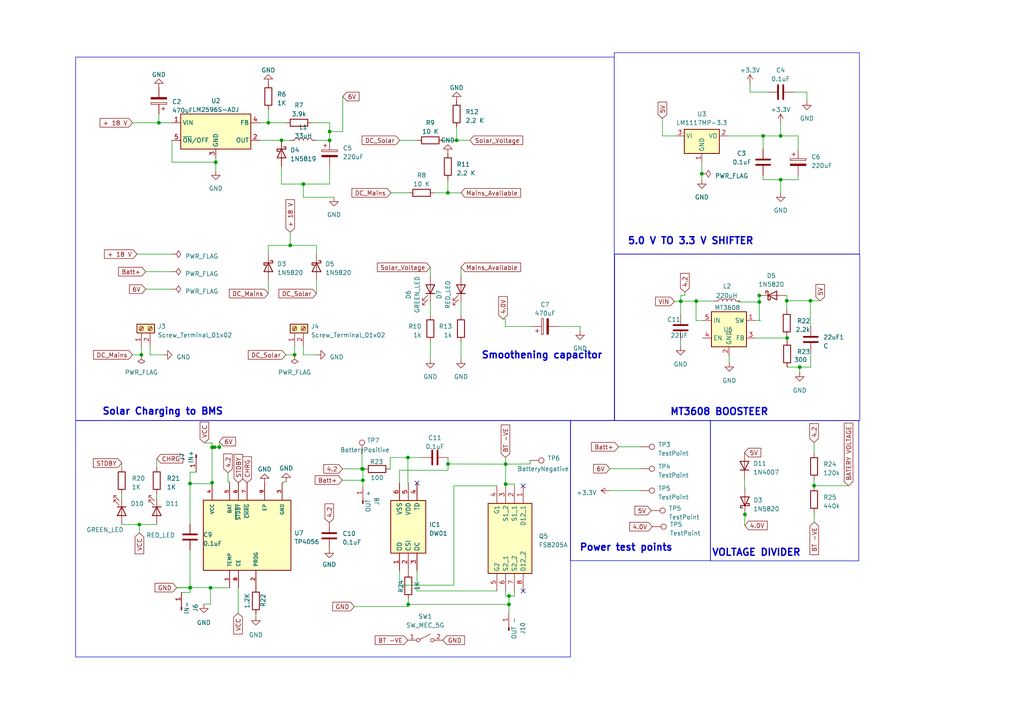
<source format=kicad_sch>
(kicad_sch (version 20230121) (generator eeschema)
  (paper "A4")
  (lib_symbols
    (symbol "Connector:Conn_01x01_Pin" (pin_names (offset 1.016) hide)
      (property "Reference" "J" (at 0 2.54 0))
      (property "Value" "Conn_01x01_Pin" (at 0 -2.54 0))
      (symbol "Conn_01x01_Pin_1_1"
        (pin passive line (at 5.08 0 180) (length 3.81) (name "Pin_1") (number "1"))
      )
    )
    (symbol "Connector:Screw_Terminal_01x02" (pin_names (offset 1.016) hide)
      (property "Reference" "J" (at 0 2.54 0))
      (property "Value" "Screw_Terminal_01x02" (at 0 -5.08 0))
      (symbol "Screw_Terminal_01x02_1_1"
        (pin passive line (at -5.08 0 0) (length 3.81) (name "Pin_1") (number "1"))
        (pin passive line (at -5.08 -2.54 0) (length 3.81) (name "Pin_2") (number "2"))
      )
    )
    (symbol "Connector:TestPoint" (pin_numbers hide) (pin_names (offset 0.762) hide)
      (property "Reference" "TP" (at 0 6.858 0))
      (property "Value" "TestPoint" (at 0 5.08 0))
      (symbol "TestPoint_1_1"
        (pin passive line (at 0 0 90) (length 2.54) (name "1") (number "1"))
      )
    )
    (symbol "DW01:DW01"
      (property "Reference" "IC" (at 21.59 7.62 0))
      (property "Value" "DW01" (at 21.59 5.08 0))
      (symbol "DW01_1_1"
        (pin passive line (at 0 0 0) (length 5.08) (name "OD") (number "1"))
        (pin passive line (at 0 -2.54 0) (length 5.08) (name "CSI") (number "2"))
        (pin passive line (at 0 -5.08 0) (length 5.08) (name "OC") (number "3"))
        (pin passive line (at 25.4 -5.08 180) (length 5.08) (name "TD") (number "4"))
        (pin passive line (at 25.4 -2.54 180) (length 5.08) (name "VDD") (number "5"))
        (pin passive line (at 25.4 0 180) (length 5.08) (name "VSS") (number "6"))
      )
    )
    (symbol "Device:C" (pin_numbers hide) (pin_names (offset 0.254))
      (property "Reference" "C" (at 0.635 2.54 0))
      (property "Value" "C" (at 0.635 -2.54 0))
      (symbol "C_1_1"
        (pin passive line (at 0 3.81 270) (length 2.794) (name "~") (number "1"))
        (pin passive line (at 0 -3.81 90) (length 2.794) (name "~") (number "2"))
      )
    )
    (symbol "Device:C_Polarized" (pin_numbers hide) (pin_names (offset 0.254))
      (property "Reference" "C" (at 0.635 2.54 0))
      (property "Value" "C_Polarized" (at 0.635 -2.54 0))
      (symbol "C_Polarized_1_1"
        (pin passive line (at 0 3.81 270) (length 2.794) (name "~") (number "1"))
        (pin passive line (at 0 -3.81 90) (length 2.794) (name "~") (number "2"))
      )
    )
    (symbol "Device:L" (pin_numbers hide) (pin_names (offset 1.016) hide)
      (property "Reference" "L" (at -1.27 0 90))
      (property "Value" "L" (at 1.905 0 90))
      (symbol "L_1_1"
        (pin passive line (at 0 3.81 270) (length 1.27) (name "1") (number "1"))
        (pin passive line (at 0 -3.81 90) (length 1.27) (name "2") (number "2"))
      )
    )
    (symbol "Device:LED" (pin_numbers hide) (pin_names (offset 1.016) hide)
      (property "Reference" "D" (at 0 2.54 0))
      (property "Value" "LED" (at 0 -2.54 0))
      (symbol "LED_1_1"
        (pin passive line (at -3.81 0 0) (length 2.54) (name "K") (number "1"))
        (pin passive line (at 3.81 0 180) (length 2.54) (name "A") (number "2"))
      )
    )
    (symbol "Device:R" (pin_numbers hide) (pin_names (offset 0))
      (property "Reference" "R" (at 2.032 0 90))
      (property "Value" "R" (at 0 0 90))
      (symbol "R_1_1"
        (pin passive line (at 0 3.81 270) (length 1.27) (name "~") (number "1"))
        (pin passive line (at 0 -3.81 90) (length 1.27) (name "~") (number "2"))
      )
    )
    (symbol "Diode:1N4007" (pin_numbers hide) (pin_names hide)
      (property "Reference" "D" (at 0 2.54 0))
      (property "Value" "1N4007" (at 0 -2.54 0))
      (symbol "1N4007_1_1"
        (pin passive line (at -3.81 0 0) (length 2.54) (name "K") (number "1"))
        (pin passive line (at 3.81 0 180) (length 2.54) (name "A") (number "2"))
      )
    )
    (symbol "Diode:1N5819" (pin_numbers hide) (pin_names (offset 1.016) hide)
      (property "Reference" "D" (at 0 2.54 0))
      (property "Value" "1N5819" (at 0 -2.54 0))
      (symbol "1N5819_1_1"
        (pin passive line (at -3.81 0 0) (length 2.54) (name "K") (number "1"))
        (pin passive line (at 3.81 0 180) (length 2.54) (name "A") (number "2"))
      )
    )
    (symbol "Diode:1N5820" (pin_numbers hide) (pin_names (offset 1.016) hide)
      (property "Reference" "D" (at 0 2.54 0))
      (property "Value" "1N5820" (at 0 -2.54 0))
      (symbol "1N5820_1_1"
        (pin passive line (at -3.81 0 0) (length 2.54) (name "K") (number "1"))
        (pin passive line (at 3.81 0 180) (length 2.54) (name "A") (number "2"))
      )
    )
    (symbol "FS8205A:FS8205A"
      (property "Reference" "Q" (at 26.67 7.62 0))
      (property "Value" "FS8205A" (at 26.67 5.08 0))
      (symbol "FS8205A_1_1"
        (pin passive line (at 0 0 0) (length 5.08) (name "D12_1") (number "1"))
        (pin passive line (at 0 -2.54 0) (length 5.08) (name "S1_1") (number "2"))
        (pin passive line (at 0 -5.08 0) (length 5.08) (name "S1_2") (number "3"))
        (pin passive line (at 0 -7.62 0) (length 5.08) (name "G1") (number "4"))
        (pin passive line (at 30.48 -7.62 180) (length 5.08) (name "G2") (number "5"))
        (pin passive line (at 30.48 -5.08 180) (length 5.08) (name "S2_1") (number "6"))
        (pin passive line (at 30.48 -2.54 180) (length 5.08) (name "S2_2") (number "7"))
        (pin passive line (at 30.48 0 180) (length 5.08) (name "D12_2") (number "8"))
      )
    )
    (symbol "Regulator_Linear:LM1117MP-3.3"
      (property "Reference" "U" (at -3.81 3.175 0))
      (property "Value" "LM1117MP-3.3" (at 0 3.175 0))
      (symbol "LM1117MP-3.3_1_1"
        (pin power_in line (at 0 -7.62 90) (length 2.54) (name "GND") (number "1"))
        (pin power_out line (at 7.62 0 180) (length 2.54) (name "VO") (number "2"))
        (pin power_in line (at -7.62 0 0) (length 2.54) (name "VI") (number "3"))
      )
    )
    (symbol "Regulator_Switching:LM2596S-ADJ"
      (property "Reference" "U" (at -10.16 6.35 0))
      (property "Value" "LM2596S-ADJ" (at 0 6.35 0))
      (symbol "LM2596S-ADJ_1_1"
        (pin power_in line (at -12.7 2.54 0) (length 2.54) (name "VIN") (number "1"))
        (pin output line (at 12.7 -2.54 180) (length 2.54) (name "OUT") (number "2"))
        (pin power_in line (at 0 -7.62 90) (length 2.54) (name "GND") (number "3"))
        (pin input line (at 12.7 2.54 180) (length 2.54) (name "FB") (number "4"))
        (pin input line (at -12.7 -2.54 0) (length 2.54) (name "~{ON}/OFF") (number "5"))
      )
    )
    (symbol "Regulator_Switching:MT3608"
      (property "Reference" "U" (at -2.54 8.89 0))
      (property "Value" "MT3608" (at -3.81 6.35 0))
      (symbol "MT3608_1_1"
        (pin passive line (at 7.62 2.54 180) (length 2.54) (name "SW") (number "1"))
        (pin power_in line (at 0 -7.62 90) (length 2.54) (name "GND") (number "2"))
        (pin input line (at 7.62 -2.54 180) (length 2.54) (name "FB") (number "3"))
        (pin input line (at -7.62 -2.54 0) (length 2.54) (name "EN") (number "4"))
        (pin power_in line (at -7.62 2.54 0) (length 2.54) (name "IN") (number "5"))
        (pin no_connect line (at 5.08 0 180) (length 2.54) hide (name "NC") (number "6"))
      )
    )
    (symbol "Switch:SW_SPST" (pin_names (offset 0) hide)
      (property "Reference" "SW" (at 0 3.175 0))
      (property "Value" "SW_SPST" (at 0 -2.54 0))
      (symbol "SW_SPST_1_1"
        (pin passive line (at -5.08 0 0) (length 2.54) (name "A") (number "1"))
        (pin passive line (at 5.08 0 180) (length 2.54) (name "B") (number "2"))
      )
    )
    (symbol "TP4056:TP4056" (pin_names (offset 1.016))
      (property "Reference" "U" (at -10.16 13.208 0))
      (property "Value" "TP4056" (at -10.16 -15.24 0))
      (symbol "TP4056_0_0"
        (pin input line (at -15.24 5.08 0) (length 5.08) (name "TEMP") (number "1"))
        (pin bidirectional line (at -15.24 -2.54 0) (length 5.08) (name "PROG") (number "2"))
        (pin power_in line (at 15.24 -10.16 180) (length 5.08) (name "GND") (number "3"))
        (pin power_in line (at 15.24 10.16 180) (length 5.08) (name "VCC") (number "4"))
        (pin output line (at 15.24 5.08 180) (length 5.08) (name "BAT") (number "5"))
        (pin output line (at 15.24 2.54 180) (length 5.08) (name "~{STDBY}") (number "6"))
        (pin output line (at 15.24 0 180) (length 5.08) (name "~{CHRG}") (number "7"))
        (pin input line (at -15.24 2.54 0) (length 5.08) (name "CE") (number "8"))
        (pin passive line (at 15.24 -5.08 180) (length 5.08) (name "EP") (number "9"))
      )
    )
    (symbol "power:+3.3V" (power) (pin_names (offset 0))
      (property "Value" "+3.3V" (at 0 3.556 0))
      (symbol "+3.3V_1_1"
        (pin power_in line (at 0 0 90) (length 0) hide (name "+3.3V") (number "1"))
      )
    )
    (symbol "power:GND" (power) (pin_names (offset 0))
      (property "Value" "GND" (at 0 -3.81 0))
      (symbol "GND_1_1"
        (pin power_in line (at 0 0 270) (length 0) hide (name "GND") (number "1"))
      )
    )
    (symbol "power:PWR_FLAG" (power) (pin_numbers hide) (pin_names (offset 0) hide)
      (property "Value" "PWR_FLAG" (at 0 3.81 0))
      (symbol "PWR_FLAG_0_0"
        (pin power_out line (at 0 0 90) (length 0) (name "pwr") (number "1"))
      )
    )
  )
  (junction (at 118.4148 175.3108))
  (junction (at 40.386 152.146))
  (junction (at 105.0036 135.9916))
  (junction (at 62.23 129.6924))
  (junction (at 201.93 87.3252))
  (junction (at 203.5556 50.3936))
  (junction (at 226.4156 39.4208))
  (junction (at 81.6356 40.6908))
  (junction (at 221.3356 39.4208))
  (junction (at 226.4156 52.1208))
  (junction (at 105.2576 139.2936))
  (junction (at 95.6056 40.6908))
  (junction (at 77.8256 35.6108))
  (junction (at 87.9856 53.3908))
  (junction (at 84.1756 71.1708))
  (junction (at 216.0524 149.1996))
  (junction (at 105.2576 136.0424))
  (junction (at 129.8956 55.9308))
  (junction (at 231.9528 106.4768))
  (junction (at 235.0516 87.2236))
  (junction (at 46.0756 35.6108))
  (junction (at 129.9464 134.5692))
  (junction (at 61.5188 140.0048))
  (junction (at 220.218 87.5792))
  (junction (at 132.4356 40.6908))
  (junction (at 85.4456 102.9208))
  (junction (at 146.6596 140.4112))
  (junction (at 236.1184 140.8684))
  (junction (at 63.6016 129.6924))
  (junction (at 62.5856 47.0408))
  (junction (at 55.118 140.2588))
  (junction (at 118.3132 132.6896))
  (junction (at 61.0616 170.4848))
  (junction (at 220.218 85.6996))
  (junction (at 147.6248 175.3108))
  (junction (at 61.5188 129.7432))
  (junction (at 228.1936 87.2236))
  (junction (at 228.2952 98.044))
  (junction (at 40.9956 102.9208))
  (junction (at 55.2196 170.434))
  (junction (at 146.6596 134.62))
  (junction (at 55.118 170.4848))
  (junction (at 147.6248 172.8724))
  (junction (at 197.4596 87.376))
  (junction (at 95.6056 38.1508))
  (no_connect (at 151.7396 140.9192))
  (no_connect (at 120.9548 140.1064))
  (no_connect (at 151.7396 171.3992))
  (wire (pts (xy 43.5356 102.9208) (xy 47.3456 102.9208)))
  (wire (pts (xy 133.7056 99.1108) (xy 133.7056 104.1908)))
  (wire (pts (xy 120.9548 171.3992) (xy 144.1196 171.3992)))
  (wire (pts (xy 55.2196 170.434) (xy 61.0616 170.434)))
  (wire (pts (xy 124.8156 99.1108) (xy 124.8156 104.1908)))
  (wire (pts (xy 63.6016 129.6924) (xy 62.23 129.6924)))
  (wire (pts (xy 75.2856 35.6108) (xy 77.8256 35.6108)))
  (wire (pts (xy 59.2836 128.4732) (xy 61.6204 128.524)))
  (wire (pts (xy 99.3648 135.9916) (xy 105.0036 135.9916)))
  (wire (pts (xy 146.6596 132.6896) (xy 146.6596 134.62)))
  (wire (pts (xy 146.6088 132.6896) (xy 146.6596 132.6896)))
  (wire (pts (xy 91.7956 71.1708) (xy 91.7956 73.7108)))
  (wire (pts (xy 216.0016 152.4) (xy 216.0016 150.2664)))
  (wire (pts (xy 115.8748 169.7228) (xy 115.8748 165.5064)))
  (wire (pts (xy 146.6596 172.8724) (xy 147.6248 172.8724)))
  (wire (pts (xy 220.218 85.6488) (xy 220.218 85.6996)))
  (wire (pts (xy 132.4356 36.8808) (xy 132.4356 40.6908)))
  (wire (pts (xy 236.1692 148.7424) (xy 236.1692 151.4348)))
  (wire (pts (xy 113.2332 132.6896) (xy 118.3132 132.6896)))
  (wire (pts (xy 197.4596 85.6996) (xy 197.4596 87.376)))
  (wire (pts (xy 56.896 136.9568) (xy 55.118 136.9568)))
  (wire (pts (xy 40.9956 102.9208) (xy 38.4556 102.9208)))
  (wire (pts (xy 118.4148 166.116) (xy 118.4148 165.5064)))
  (wire (pts (xy 90.5256 35.6108) (xy 95.6056 35.6108)))
  (wire (pts (xy 62.23 129.6924) (xy 61.5188 129.7432)))
  (wire (pts (xy 61.5188 129.7432) (xy 61.5188 139.2936)))
  (wire (pts (xy 63.6016 129.6924) (xy 63.6016 129.7432)))
  (wire (pts (xy 220.218 85.6996) (xy 220.218 87.5792)))
  (wire (pts (xy 35.306 143.2052) (xy 35.306 144.4752)))
  (wire (pts (xy 235.1532 102.2604) (xy 235.1532 106.4768)))
  (wire (pts (xy 236.1184 140.8684) (xy 246.126 140.8684)))
  (wire (pts (xy 49.8856 40.6908) (xy 49.8856 47.0408)))
  (wire (pts (xy 149.1996 140.4112) (xy 146.6596 140.4112)))
  (wire (pts (xy 146.6596 134.62) (xy 153.7716 134.5692)))
  (wire (pts (xy 59.1312 175.2092) (xy 61.0616 175.2092)))
  (wire (pts (xy 149.1996 172.8724) (xy 149.1996 171.3992)))
  (wire (pts (xy 91.7956 40.6908) (xy 95.6056 40.6908)))
  (wire (pts (xy 145.8976 92.5576) (xy 146.558 92.5576)))
  (wire (pts (xy 220.218 87.5792) (xy 220.218 92.9132)))
  (wire (pts (xy 168.2496 94.6912) (xy 168.2496 95.9612)))
  (wire (pts (xy 228.2952 98.044) (xy 228.2952 98.8568)))
  (wire (pts (xy 62.23 129.7432) (xy 62.23 129.6924)))
  (wire (pts (xy 99.4156 38.1508) (xy 95.6056 38.1508)))
  (wire (pts (xy 40.386 152.146) (xy 45.466 152.0952)))
  (wire (pts (xy 75.2856 40.6908) (xy 81.6356 40.6908)))
  (wire (pts (xy 214.122 87.3252) (xy 214.6808 87.3252)))
  (wire (pts (xy 62.5856 45.7708) (xy 62.5856 47.0408)))
  (wire (pts (xy 85.4456 102.9208) (xy 82.9056 102.9208)))
  (wire (pts (xy 228.2952 106.4768) (xy 231.9528 106.4768)))
  (wire (pts (xy 146.6596 140.9192) (xy 146.6596 140.4112)))
  (wire (pts (xy 197.4596 87.4776) (xy 197.4088 87.4776)))
  (wire (pts (xy 198.628 84.7344) (xy 198.628 85.6996)))
  (wire (pts (xy 211.5312 105.156) (xy 211.4804 105.156)))
  (wire (pts (xy 220.5228 92.9132) (xy 220.218 92.9132)))
  (wire (pts (xy 146.6596 140.4112) (xy 146.6596 134.62)))
  (wire (pts (xy 40.4368 154.5844) (xy 40.4368 152.146)))
  (wire (pts (xy 228.1936 87.2236) (xy 235.0516 87.2236)))
  (wire (pts (xy 153.7716 134.5692) (xy 153.7716 133.5532)))
  (wire (pts (xy 179.4256 129.5908) (xy 185.7756 129.5908)))
  (wire (pts (xy 105.2576 136.0424) (xy 105.5624 136.0424)))
  (wire (pts (xy 77.8256 81.3308) (xy 77.8256 85.1408)))
  (wire (pts (xy 35.306 135.5852) (xy 35.306 134.3152)))
  (wire (pts (xy 231.4956 39.4208) (xy 231.4956 43.2308)))
  (wire (pts (xy 131.6228 140.9192) (xy 131.6228 169.7228)))
  (wire (pts (xy 220.5228 92.9132) (xy 220.5228 92.964)))
  (wire (pts (xy 87.9856 57.2008) (xy 96.8756 57.2008)))
  (wire (pts (xy 216.0016 150.2664) (xy 216.0524 150.2664)))
  (wire (pts (xy 55.2196 170.434) (xy 55.2196 170.4848)))
  (wire (pts (xy 113.2332 132.6896) (xy 113.2332 132.7404)))
  (wire (pts (xy 129.8956 52.1208) (xy 129.8956 55.9308)))
  (wire (pts (xy 126.0856 55.9308) (xy 129.8956 55.9308)))
  (wire (pts (xy 235.0516 94.6404) (xy 235.1532 94.6404)))
  (wire (pts (xy 105.0036 131.6736) (xy 105.0036 135.9916)))
  (wire (pts (xy 45.466 133.0452) (xy 45.466 135.5852)))
  (wire (pts (xy 51.2572 170.4848) (xy 55.118 170.4848)))
  (wire (pts (xy 61.4172 140.3096) (xy 61.4172 140.1572)))
  (wire (pts (xy 61.0616 170.434) (xy 61.0616 170.4848)))
  (wire (pts (xy 201.8792 92.964) (xy 201.8792 87.3252)))
  (wire (pts (xy 99.4156 27.9908) (xy 99.4156 38.1508)))
  (wire (pts (xy 231.9528 108.0008) (xy 231.9528 106.4768)))
  (wire (pts (xy 115.9256 40.6908) (xy 121.0056 40.6908)))
  (wire (pts (xy 228.2444 85.6996) (xy 228.2444 87.1728)))
  (wire (pts (xy 82.1436 139.7508) (xy 82.1436 140.0048)))
  (wire (pts (xy 84.1756 71.1708) (xy 91.7956 71.1708)))
  (wire (pts (xy 118.4148 173.736) (xy 118.4148 175.3108)))
  (wire (pts (xy 66.1416 137.1092) (xy 66.1416 139.8016)))
  (wire (pts (xy 216.0524 150.2664) (xy 216.0524 149.1996)))
  (wire (pts (xy 55.118 171.8564) (xy 55.118 170.4848)))
  (wire (pts (xy 128.6256 40.6908) (xy 132.4356 40.6908)))
  (wire (pts (xy 203.5556 52.1208) (xy 203.5556 50.3936)))
  (wire (pts (xy 228.1936 87.1728) (xy 228.1936 87.2236)))
  (wire (pts (xy 46.0756 33.0708) (xy 46.0756 35.6108)))
  (wire (pts (xy 95.6056 38.1508) (xy 95.6056 40.6908)))
  (wire (pts (xy 66.5988 139.8016) (xy 66.5988 140.0048)))
  (wire (pts (xy 69.088 177.8508) (xy 69.088 170.4848)))
  (wire (pts (xy 52.6288 171.8564) (xy 55.118 171.8564)))
  (wire (pts (xy 63.6016 129.7432) (xy 62.23 129.7432)))
  (wire (pts (xy 201.93 87.3252) (xy 201.8792 87.3252)))
  (wire (pts (xy 216.0524 149.1996) (xy 216.0524 149.098)))
  (wire (pts (xy 61.5188 139.2936) (xy 61.5696 140.0048)))
  (wire (pts (xy 81.6356 53.3908) (xy 87.9856 53.3908)))
  (wire (pts (xy 220.5228 92.964) (xy 219.0496 92.964)))
  (wire (pts (xy 197.4596 87.376) (xy 197.4596 87.4776)))
  (wire (pts (xy 83.0072 139.7508) (xy 82.1436 139.7508)))
  (wire (pts (xy 221.3356 39.4208) (xy 221.3356 43.2308)))
  (wire (pts (xy 214.122 87.5792) (xy 220.218 87.5792)))
  (wire (pts (xy 231.9528 106.4768) (xy 235.1532 106.4768)))
  (wire (pts (xy 217.5256 26.7208) (xy 222.6056 26.7208)))
  (wire (pts (xy 132.4356 40.6908) (xy 136.2456 40.6908)))
  (wire (pts (xy 131.6228 169.7228) (xy 115.8748 169.7228)))
  (wire (pts (xy 66.1416 139.8016) (xy 66.5988 139.8016)))
  (wire (pts (xy 45.466 144.4752) (xy 45.466 143.2052)))
  (wire (pts (xy 99.2632 139.2936) (xy 105.2576 139.2936)))
  (wire (pts (xy 61.5696 140.0048) (xy 61.5188 140.0048)))
  (wire (pts (xy 105.2576 140.97) (xy 105.2576 139.2936)))
  (wire (pts (xy 118.4148 175.3108) (xy 118.4148 175.9204)))
  (wire (pts (xy 55.0164 140.2588) (xy 55.118 140.2588)))
  (wire (pts (xy 124.8156 80.0608) (xy 124.8156 77.5208)))
  (wire (pts (xy 129.9464 132.6896) (xy 129.9464 134.5692)))
  (wire (pts (xy 201.93 87.3252) (xy 197.4596 87.376)))
  (wire (pts (xy 61.0616 175.2092) (xy 61.0616 170.4848)))
  (wire (pts (xy 230.2256 26.7208) (xy 234.0356 26.7208)))
  (wire (pts (xy 221.3356 52.1208) (xy 226.4156 52.1208)))
  (wire (pts (xy 51.2572 170.434) (xy 51.2572 170.4848)))
  (wire (pts (xy 55.118 136.9568) (xy 55.118 140.2588)))
  (wire (pts (xy 105.0036 135.9916) (xy 105.0036 136.0424)))
  (wire (pts (xy 219.0496 98.044) (xy 228.2952 98.044)))
  (wire (pts (xy 217.5256 24.1808) (xy 217.5256 26.7208)))
  (wire (pts (xy 62.5856 47.0408) (xy 62.5856 49.5808)))
  (wire (pts (xy 236.1184 139.0904) (xy 236.1184 140.8684)))
  (wire (pts (xy 74.2188 178.7652) (xy 74.2188 178.1048)))
  (wire (pts (xy 220.472 85.6488) (xy 220.472 85.6996)))
  (wire (pts (xy 226.4156 39.4208) (xy 231.4956 39.4208)))
  (wire (pts (xy 61.6204 128.524) (xy 61.5188 128.524)))
  (wire (pts (xy 105.2576 139.2936) (xy 105.2576 136.0424)))
  (wire (pts (xy 228.2952 97.536) (xy 228.2952 98.044)))
  (wire (pts (xy 211.4804 103.124) (xy 211.4296 103.124)))
  (wire (pts (xy 40.4368 152.146) (xy 40.386 152.146)))
  (wire (pts (xy 118.3132 132.6896) (xy 118.3132 140.1064)))
  (wire (pts (xy 118.3132 140.1064) (xy 118.4148 140.1064)))
  (wire (pts (xy 215.9508 141.478) (xy 216.0524 141.478)))
  (wire (pts (xy 84.1756 67.3608) (xy 84.1756 71.1708)))
  (wire (pts (xy 195.6308 87.4268) (xy 195.6308 87.376)))
  (wire (pts (xy 228.2952 97.536) (xy 228.1936 97.536)))
  (wire (pts (xy 214.122 87.5792) (xy 214.122 87.3252)))
  (wire (pts (xy 95.6056 53.3908) (xy 95.6056 48.3108)))
  (wire (pts (xy 236.1184 148.7424) (xy 236.1184 148.6916)))
  (wire (pts (xy 197.4088 87.4776) (xy 197.4088 91.2368)))
  (wire (pts (xy 95.6056 35.6108) (xy 95.6056 38.1508)))
  (wire (pts (xy 176.8856 142.2908) (xy 185.7756 142.2908)))
  (wire (pts (xy 61.5188 140.1572) (xy 61.5188 140.0048)))
  (wire (pts (xy 226.4156 52.1208) (xy 231.4956 52.1208)))
  (wire (pts (xy 147.6248 175.3108) (xy 147.6248 172.8724)))
  (wire (pts (xy 69.088 170.4848) (xy 69.1388 170.4848)))
  (wire (pts (xy 46.0756 35.6108) (xy 49.8856 35.6108)))
  (wire (pts (xy 105.0036 136.0424) (xy 105.2576 136.0424)))
  (wire (pts (xy 228.1936 87.2236) (xy 228.1936 89.916)))
  (wire (pts (xy 61.4172 140.1572) (xy 61.5188 140.1572)))
  (wire (pts (xy 77.8256 71.1708) (xy 84.1756 71.1708)))
  (wire (pts (xy 82.1436 140.0048) (xy 81.8388 140.0048)))
  (wire (pts (xy 113.3856 55.9308) (xy 118.4656 55.9308)))
  (wire (pts (xy 113.2332 132.7404) (xy 113.1824 132.7404)))
  (wire (pts (xy 85.4456 100.3808) (xy 85.4456 102.9208)))
  (wire (pts (xy 147.6248 172.8724) (xy 149.1996 172.8724)))
  (wire (pts (xy 236.1184 131.4704) (xy 236.1184 128.3208)))
  (wire (pts (xy 221.3356 52.1208) (xy 221.3356 50.8508)))
  (wire (pts (xy 81.6356 40.6908) (xy 84.1756 40.6908)))
  (wire (pts (xy 133.7056 77.5208) (xy 133.7056 80.0608)))
  (wire (pts (xy 215.9508 138.8872) (xy 215.9508 141.478)))
  (wire (pts (xy 153.7716 133.5532) (xy 153.7208 133.5532)))
  (wire (pts (xy 147.6248 177.8) (xy 147.6248 175.3108)))
  (wire (pts (xy 221.3356 39.4208) (xy 226.4156 39.4208)))
  (wire (pts (xy 129.9464 134.5692) (xy 129.9464 136.398)))
  (wire (pts (xy 211.4804 105.156) (xy 211.4804 103.124)))
  (wire (pts (xy 87.9856 53.3908) (xy 87.9856 57.2008)))
  (wire (pts (xy 61.5188 128.524) (xy 61.5188 129.7432)))
  (wire (pts (xy 146.558 94.6912) (xy 154.2796 94.6912)))
  (wire (pts (xy 42.2656 78.7908) (xy 49.8856 78.7908)))
  (wire (pts (xy 81.6356 48.3108) (xy 81.6356 53.3908)))
  (wire (pts (xy 35.306 152.0952) (xy 40.386 152.146)))
  (wire (pts (xy 195.6308 87.376) (xy 197.4596 87.376)))
  (wire (pts (xy 77.8256 31.8008) (xy 77.8256 35.6108)))
  (wire (pts (xy 216.0524 141.478) (xy 216.0524 141.5796)))
  (wire (pts (xy 220.218 85.6488) (xy 220.472 85.6488)))
  (wire (pts (xy 176.8856 135.9408) (xy 185.7756 135.9408)))
  (wire (pts (xy 51.2572 170.434) (xy 55.2196 170.434)))
  (wire (pts (xy 197.4088 100.4316) (xy 197.4088 98.8568)))
  (wire (pts (xy 144.1196 140.9192) (xy 131.6228 140.9192)))
  (wire (pts (xy 235.0516 87.2236) (xy 235.0516 94.6404)))
  (wire (pts (xy 87.9856 53.3908) (xy 95.6056 53.3908)))
  (wire (pts (xy 87.9856 102.9208) (xy 91.7956 102.9208)))
  (wire (pts (xy 195.9356 39.4208) (xy 192.1256 39.4208)))
  (wire (pts (xy 118.4148 175.9204) (xy 102.7684 175.9204)))
  (wire (pts (xy 237.8964 87.2236) (xy 235.0516 87.2236)))
  (wire (pts (xy 63.6016 128.0668) (xy 63.6016 129.6924)))
  (wire (pts (xy 99.2632 139.2428) (xy 99.2632 139.2936)))
  (wire (pts (xy 195.6308 87.4268) (xy 195.58 87.4268)))
  (wire (pts (xy 42.2656 83.8708) (xy 49.8856 83.8708)))
  (wire (pts (xy 55.0164 140.2588) (xy 61.4172 140.3096)))
  (wire (pts (xy 149.1996 140.9192) (xy 149.1996 140.4112)))
  (wire (pts (xy 43.5356 100.3808) (xy 43.5356 102.9208)))
  (wire (pts (xy 211.1756 39.4208) (xy 221.3356 39.4208)))
  (wire (pts (xy 203.5556 50.3936) (xy 203.5556 47.0408)))
  (wire (pts (xy 55.118 159.5628) (xy 55.118 170.4848)))
  (wire (pts (xy 147.574 177.8) (xy 147.6248 177.8)))
  (wire (pts (xy 129.8956 55.9308) (xy 133.7056 55.9308)))
  (wire (pts (xy 231.4956 52.1208) (xy 231.4956 50.8508)))
  (wire (pts (xy 38.4556 35.6108) (xy 46.0756 35.6108)))
  (wire (pts (xy 236.1184 148.7424) (xy 236.1692 148.7424)))
  (wire (pts (xy 77.8256 35.6108) (xy 82.9056 35.6108)))
  (wire (pts (xy 146.558 92.5576) (xy 146.558 94.6912)))
  (wire (pts (xy 40.9956 100.3808) (xy 40.9956 102.9208)))
  (wire (pts (xy 113.1824 132.7404) (xy 113.1824 136.0424)))
  (wire (pts (xy 115.8748 140.1064) (xy 115.8748 136.398)))
  (wire (pts (xy 69.0372 177.8508) (xy 69.088 177.8508)))
  (wire (pts (xy 49.8856 47.0408) (xy 62.5856 47.0408)))
  (wire (pts (xy 55.2196 170.4848) (xy 55.118 170.4848)))
  (wire (pts (xy 146.6596 171.3992) (xy 146.6596 172.8724)))
  (wire (pts (xy 61.0616 170.4848) (xy 66.5988 170.4848)))
  (wire (pts (xy 207.0608 87.3252) (xy 201.93 87.3252)))
  (wire (pts (xy 118.4148 175.3108) (xy 147.6248 175.3108)))
  (wire (pts (xy 228.2444 87.1728) (xy 228.1936 87.1728)))
  (wire (pts (xy 226.4156 35.6108) (xy 226.4156 39.4208)))
  (wire (pts (xy 120.9548 165.5064) (xy 120.9548 171.3992)))
  (wire (pts (xy 124.8156 87.6808) (xy 124.8156 91.4908)))
  (wire (pts (xy 203.8096 92.964) (xy 201.8792 92.964)))
  (wire (pts (xy 227.838 85.6996) (xy 228.2444 85.6996)))
  (wire (pts (xy 192.1256 39.4208) (xy 192.1256 34.3408)))
  (wire (pts (xy 220.472 85.6996) (xy 220.218 85.6996)))
  (wire (pts (xy 39.7256 73.7108) (xy 49.8856 73.7108)))
  (wire (pts (xy 91.7956 81.3308) (xy 91.7956 85.1408)))
  (wire (pts (xy 234.0356 26.7208) (xy 234.0356 29.2608)))
  (wire (pts (xy 146.6596 134.62) (xy 129.9464 134.5692)))
  (wire (pts (xy 236.1184 140.8684) (xy 236.1184 141.0716)))
  (wire (pts (xy 133.7056 87.6808) (xy 133.7056 91.4908)))
  (wire (pts (xy 161.8996 94.6912) (xy 168.2496 94.6912)))
  (wire (pts (xy 198.628 85.6996) (xy 197.4596 85.6996)))
  (wire (pts (xy 87.9856 100.3808) (xy 87.9856 102.9208)))
  (wire (pts (xy 118.3132 132.6896) (xy 122.3264 132.6896)))
  (wire (pts (xy 77.8256 73.7108) (xy 77.8256 71.1708)))
  (wire (pts (xy 55.118 140.2588) (xy 55.118 151.9428)))
  (wire (pts (xy 226.4156 52.1208) (xy 226.4156 55.9308)))
  (wire (pts (xy 115.8748 136.398) (xy 129.9464 136.398)))
  (rectangle (start 178.1556 15.2908) (end 249.2756 73.7108))
  (rectangle (start 178.2572 73.7108) (end 249.3772 121.9708))
  (rectangle (start 165.4556 121.9708) (end 206.0448 162.6108))
  (rectangle (start 206.0448 122.0216) (end 249.0724 162.6616))
  (rectangle (start 21.9456 16.5608) (end 178.1556 121.9708))
  (rectangle (start 21.9456 121.9708) (end 165.4556 190.5508))
  (text "VOLTAGE DIVIDER\n\n\n" (at 206.4004 167.9956 0) (effects (font (size 2 2) (thickness 0.4) bold) (justify left bottom)))
  (text "5.0 V TO 3.3 V SHIFTER\n" (at 181.9656 71.1708 0) (effects (font (size 2 2) (thickness 0.4) bold) (justify left bottom)))
  (text "Smoothening capacitor\n\n\n" (at 139.5476 110.744 0) (effects (font (size 2 2) (thickness 0.4) bold) (justify left bottom)))
  (text "MT3608 BOOSTEER\n\n" (at 194.2592 123.952 0) (effects (font (size 2 2) (thickness 0.4) bold) (justify left bottom)))
  (text "Solar Charging to BMS\n\n\n" (at 29.5656 127.0508 0) (effects (font (size 2 2) (thickness 0.4) bold) (justify left bottom)))
  (text "Power test points\n" (at 167.9956 160.0708 0) (effects (font (size 2 2) (thickness 0.4) bold) (justify left bottom)))
  (global_label "BATERY VOLTAGE" (shape input) (at 246.126 140.8684 90) (property "Intersheetrefs" "${INTERSHEET_REFS}" (effects hide)))
  (global_label "GND" (shape input) (at 51.2572 170.434 180) (property "Intersheetrefs" "${INTERSHEET_REFS}" (effects hide)))
  (global_label "VIN" (shape input) (at 195.58 87.4268 180) (property "Intersheetrefs" "${INTERSHEET_REFS}" (effects hide)))
  (global_label "4.2" (shape input) (at 66.1416 137.1092 90) (property "Intersheetrefs" "${INTERSHEET_REFS}" (effects hide)))
  (global_label "DC_Mains" (shape input) (at 113.3856 55.9308 180) (property "Intersheetrefs" "${INTERSHEET_REFS}" (effects hide)))
  (global_label "BT -VE" (shape input) (at 118.2624 185.674 180) (property "Intersheetrefs" "${INTERSHEET_REFS}" (effects hide)))
  (global_label "BT -VE" (shape input) (at 236.1692 151.4348 270) (property "Intersheetrefs" "${INTERSHEET_REFS}" (effects hide)))
  (global_label "5V" (shape input) (at 192.1256 34.3408 90) (property "Intersheetrefs" "${INTERSHEET_REFS}" (effects hide)))
  (global_label "Batt+" (shape input) (at 179.4256 129.5908 180) (property "Intersheetrefs" "${INTERSHEET_REFS}" (effects hide)))
  (global_label "DC_Solar" (shape input) (at 82.9056 102.9208 180) (property "Intersheetrefs" "${INTERSHEET_REFS}" (effects hide)))
  (global_label "+ 18 V" (shape input) (at 38.4556 35.6108 180) (property "Intersheetrefs" "${INTERSHEET_REFS}" (effects hide)))
  (global_label "Mains_Available" (shape input) (at 133.7056 77.5208 0) (property "Intersheetrefs" "${INTERSHEET_REFS}" (effects hide)))
  (global_label "VCC" (shape input) (at 40.4368 154.5844 270) (property "Intersheetrefs" "${INTERSHEET_REFS}" (effects hide)))
  (global_label "+ 18 V" (shape input) (at 39.7256 73.7108 180) (property "Intersheetrefs" "${INTERSHEET_REFS}" (effects hide)))
  (global_label "Batt+" (shape input) (at 42.2656 78.7908 180) (property "Intersheetrefs" "${INTERSHEET_REFS}" (effects hide)))
  (global_label "4.0V" (shape input) (at 216.0016 152.4 0) (property "Intersheetrefs" "${INTERSHEET_REFS}" (effects hide)))
  (global_label "Batt+" (shape input) (at 99.2632 139.2428 180) (property "Intersheetrefs" "${INTERSHEET_REFS}" (effects hide)))
  (global_label "Solar_Voltage" (shape input) (at 124.8156 77.5208 180) (property "Intersheetrefs" "${INTERSHEET_REFS}" (effects hide)))
  (global_label "Solar_Voltage" (shape input) (at 136.2456 40.6908 0) (property "Intersheetrefs" "${INTERSHEET_REFS}" (effects hide)))
  (global_label "+ 18 V" (shape input) (at 84.1756 67.3608 90) (property "Intersheetrefs" "${INTERSHEET_REFS}" (effects hide)))
  (global_label "CHRG" (shape input) (at 71.6788 140.0048 90) (property "Intersheetrefs" "${INTERSHEET_REFS}" (effects hide)))
  (global_label "5V" (shape input) (at 215.9508 131.2672 0) (property "Intersheetrefs" "${INTERSHEET_REFS}" (effects hide)))
  (global_label "4.2" (shape input) (at 95.504 151.5872 90) (property "Intersheetrefs" "${INTERSHEET_REFS}" (effects hide)))
  (global_label "6V" (shape input) (at 63.6016 128.0668 0) (property "Intersheetrefs" "${INTERSHEET_REFS}" (effects hide)))
  (global_label "4.2" (shape input) (at 198.628 84.7344 90) (property "Intersheetrefs" "${INTERSHEET_REFS}" (effects hide)))
  (global_label "STDBY" (shape input) (at 35.306 134.3152 180) (property "Intersheetrefs" "${INTERSHEET_REFS}" (effects hide)))
  (global_label "4.2" (shape input) (at 236.1184 128.3208 90) (property "Intersheetrefs" "${INTERSHEET_REFS}" (effects hide)))
  (global_label "Mains_Available" (shape input) (at 133.7056 55.9308 0) (property "Intersheetrefs" "${INTERSHEET_REFS}" (effects hide)))
  (global_label "DC_Mains" (shape input) (at 77.8256 85.1408 180) (property "Intersheetrefs" "${INTERSHEET_REFS}" (effects hide)))
  (global_label "6V" (shape input) (at 42.2656 83.8708 180) (property "Intersheetrefs" "${INTERSHEET_REFS}" (effects hide)))
  (global_label "DC_Solar" (shape input) (at 115.9256 40.6908 180) (property "Intersheetrefs" "${INTERSHEET_REFS}" (effects hide)))
  (global_label "5V" (shape input) (at 188.8744 148.082 180) (property "Intersheetrefs" "${INTERSHEET_REFS}" (effects hide)))
  (global_label "BT -VE" (shape input) (at 146.6088 132.6896 90) (property "Intersheetrefs" "${INTERSHEET_REFS}" (effects hide)))
  (global_label "DC_Mains" (shape input) (at 38.4556 102.9208 180) (property "Intersheetrefs" "${INTERSHEET_REFS}" (effects hide)))
  (global_label "CHRG" (shape input) (at 45.466 133.0452 0) (property "Intersheetrefs" "${INTERSHEET_REFS}" (effects hide)))
  (global_label "VCC" (shape input) (at 59.2836 128.4732 90) (property "Intersheetrefs" "${INTERSHEET_REFS}" (effects hide)))
  (global_label "GND" (shape input) (at 128.4224 185.674 0) (property "Intersheetrefs" "${INTERSHEET_REFS}" (effects hide)))
  (global_label "4.2" (shape input) (at 99.3648 135.9916 180) (property "Intersheetrefs" "${INTERSHEET_REFS}" (effects hide)))
  (global_label "VCC" (shape input) (at 69.0372 177.8508 270) (property "Intersheetrefs" "${INTERSHEET_REFS}" (effects hide)))
  (global_label "4.0V" (shape input) (at 189.1792 152.7556 180) (property "Intersheetrefs" "${INTERSHEET_REFS}" (effects hide)))
  (global_label "DC_Solar" (shape input) (at 91.7956 85.1408 180) (property "Intersheetrefs" "${INTERSHEET_REFS}" (effects hide)))
  (global_label "5V" (shape input) (at 237.8964 87.2236 90) (property "Intersheetrefs" "${INTERSHEET_REFS}" (effects hide)))
  (global_label "4.0V" (shape input) (at 145.8976 92.5576 90) (property "Intersheetrefs" "${INTERSHEET_REFS}" (effects hide)))
  (global_label "6V" (shape input) (at 99.4156 27.9908 0) (property "Intersheetrefs" "${INTERSHEET_REFS}" (effects hide)))
  (global_label "STDBY" (shape input) (at 69.1388 140.0048 90) (property "Intersheetrefs" "${INTERSHEET_REFS}" (effects hide)))
  (global_label "GND" (shape input) (at 102.7684 175.9204 180) (property "Intersheetrefs" "${INTERSHEET_REFS}" (effects hide)))
  (global_label "6V" (shape input) (at 176.8856 135.9408 180) (property "Intersheetrefs" "${INTERSHEET_REFS}" (effects hide)))
  (symbol (lib_id "Device:R") (at 236.1184 135.2804 0) (unit 1)
    (property "Reference" "R24" (at 238.76 134.6454 0) (effects (justify left)))
    (property "Value" "120k" (at 238.76 137.1854 0) (effects (justify left)))
    (property "Footprint" "Resistor_SMD:R_0805_2012Metric_Pad1.20x1.40mm_HandSolder" (effects hide))
  )
  (symbol (lib_id "Connector:Conn_01x01_Pin") (at 105.2576 146.05 90) (unit 1)
    (property "Reference" "J8" (at 109.3216 145.415 0))
    (property "Value" "OUT +" (at 106.7816 145.415 0))
    (property "Footprint" "Connector_PinHeader_2.54mm:PinHeader_1x01_P2.54mm_Vertical" (effects hide))
    (instances (project "RECTIFIED CIRCUIT" (path "" (reference "J8") (unit 1))) (project "Power" (path "" (reference "J8") (unit 1))) (project "CHARGING CIRCUIT" (path "" (reference "J5") (unit 1))) (project "POWER  WATER CIRCUIT" (path "" (reference "J5") (unit 1))))
  )
  (symbol (lib_id "power:GND") (at 197.4088 100.4316 0) (unit 1)
    (property "Reference" "#PWR041" (effects hide))
    (property "Value" "GND" (at 197.4088 105.664 0))
  )
  (symbol (lib_id "power:GND") (at 59.1312 175.2092 0) (unit 1)
    (property "Reference" "#PWR039" (effects hide))
    (property "Value" "GND" (at 59.1312 180.594 0))
    (instances (project "RECTIFIED CIRCUIT" (path "" (reference "#PWR039") (unit 1))) (project "Power" (path "" (reference "#PWR039") (unit 1))) (project "CHARGING CIRCUIT" (path "" (reference "#PWR09") (unit 1))) (project "POWER  WATER CIRCUIT" (path "" (reference "#PWR03") (unit 1))))
  )
  (symbol (lib_id "power:GND") (at 77.8256 24.1808 180) (unit 1)
    (property "Reference" "#PWR015" (effects hide))
    (property "Value" "GND" (at 77.8256 20.3708 0))
    (instances (project "RECTIFIED CIRCUIT" (path "" (reference "#PWR015") (unit 1)) (path "" (reference "#PWR016") (unit 1)) (path "" (reference "#PWR06") (unit 1))) (project "Power" (path "" (reference "#PWR015") (unit 1))) (project "POWER  WATER CIRCUIT" (path "" (reference "#PWR07") (unit 1))))
  )
  (symbol (lib_id "Device:R") (at 35.306 139.3952 0) (unit 1)
    (property "Reference" "R20" (at 38.2016 138.7602 0) (effects (justify left)))
    (property "Value" "1K" (at 38.2016 141.3002 0) (effects (justify left)))
    (property "Footprint" "Resistor_SMD:R_0805_2012Metric_Pad1.20x1.40mm_HandSolder" (effects hide))
    (instances (project "RECTIFIED CIRCUIT" (path "" (reference "R20") (unit 1))) (project "Power" (path "" (reference "R20") (unit 1))) (project "CHARGING CIRCUIT" (path "" (reference "R1") (unit 1))) (project "POWER  WATER CIRCUIT" (path "" (reference "R1") (unit 1))))
  )
  (symbol (lib_id "power:GND") (at 211.5312 105.156 0) (unit 1)
    (property "Reference" "#PWR040" (effects hide))
    (property "Value" "GND" (at 211.5312 110.3884 0))
  )
  (symbol (lib_id "DW01:DW01") (at 115.8748 165.5064 90) (unit 1)
    (property "Reference" "IC1" (at 124.46 152.1714 90) (effects (justify right)))
    (property "Value" "DW01" (at 124.46 154.7114 90) (effects (justify right)))
    (property "Footprint" "SOT95P280X135-6N" (effects hide))
    (property "Datasheet" "https://datasheet.lcsc.com/szlcsc/1906271838_SLKORMICRO-Elec-DW01_C359989.pdf" (effects hide))
    (property "Height" "1.35" (effects hide))
    (property "Manufacturer_Name" "Slkor" (effects hide))
    (property "Manufacturer_Part_Number" "DW01" (effects hide))
  )
  (symbol (lib_id "FS8205A:FS8205A") (at 151.7396 140.9192 270) (unit 1)
    (property "Reference" "Q5" (at 156.2608 155.5242 90) (effects (justify left)))
    (property "Value" "FS8205A" (at 156.2608 158.0642 90) (effects (justify left)))
    (property "Footprint" "SOP65P640X120-8N" (effects hide))
    (property "Datasheet" "http://www.ic-fortune.com/upload/Download/FS8205A-DS-12_EN.pdf" (effects hide))
    (property "Height" "1.2" (effects hide))
    (property "Manufacturer_Name" "Fortune Semiconductor Corporation" (effects hide))
    (property "Manufacturer_Part_Number" "FS8205A" (effects hide))
    (instances (project "RECTIFIED CIRCUIT" (path "" (reference "Q5") (unit 1))) (project "Power" (path "" (reference "Q5") (unit 1))) (project "CHARGING CIRCUIT" (path "" (reference "Q3") (unit 1))) (project "POWER  WATER CIRCUIT" (path "" (reference "Q1") (unit 1))))
  )
  (symbol (lib_id "Switch:SW_SPST") (at 123.3424 185.674 0) (unit 1)
    (property "Reference" "SW1" (at 123.3424 178.816 0))
    (property "Value" "SW_MEC_5G" (at 123.3424 181.356 0))
    (property "Footprint" "Button_Switch_SMD:SW_SPST_B3U-1000P" (effects hide))
    (instances (project "RECTIFIED CIRCUIT" (path "" (reference "SW1") (unit 1)) (path "" (reference "SW1") (unit 1)) (path "" (reference "SW1") (unit 1))) (project "POWER  WATER CIRCUIT" (path "" (reference "SW1") (unit 1)) (path "" (reference "SW2") (unit 1))))
  )
  (symbol (lib_id "Connector:Screw_Terminal_01x02") (at 85.4456 95.3008 90) (unit 1)
    (property "Reference" "J4" (at 90.17 94.6658 90) (effects (justify right)))
    (property "Value" "Screw_Terminal_01x02" (at 90.17 97.2058 90) (effects (justify right)))
    (property "Footprint" "TerminalBlock_Phoenix:TerminalBlock_Phoenix_MKDS-1,5-2-5.08_1x02_P5.08mm_Horizontal" (effects hide))
    (instances (project "RECTIFIED CIRCUIT" (path "" (reference "J4") (unit 1)) (path "" (reference "J3") (unit 1)) (path "" (reference "J2") (unit 1))) (project "Power" (path "" (reference "J4") (unit 1))) (project "POWER  WATER CIRCUIT" (path "" (reference "S0LAR1") (unit 1))))
  )
  (symbol (lib_id "Device:C_Polarized") (at 231.4956 47.0408 0) (unit 1)
    (property "Reference" "C6" (at 235.3056 45.5168 0) (effects (justify left)))
    (property "Value" "220uF" (at 235.3056 48.0568 0) (effects (justify left)))
    (property "Footprint" "Capacitor_Tantalum_SMD:CP_EIA-3528-15_AVX-H_Pad1.50x2.35mm_HandSolder" (effects hide))
    (instances (project "RECTIFIED CIRCUIT" (path "" (reference "C6") (unit 1)) (path "" (reference "C6") (unit 1)) (path "" (reference "C7") (unit 1))) (project "Power" (path "" (reference "C6") (unit 1))) (project "POWER  WATER CIRCUIT" (path "" (reference "C9") (unit 1))))
  )
  (symbol (lib_id "Diode:1N4007") (at 215.9508 135.0772 90) (unit 1)
    (property "Reference" "D11" (at 218.44 134.4422 90) (effects (justify right)))
    (property "Value" "1N4007" (at 218.44 136.9822 90) (effects (justify right)))
    (property "Footprint" "Diode_THT:D_DO-41_SOD81_P10.16mm_Horizontal" (effects hide))
    (property "Datasheet" "http://www.vishay.com/docs/88503/1n4001.pdf" (effects hide))
    (property "Sim.Device" "D" (effects hide))
    (property "Sim.Pins" "1=K 2=A" (effects hide))
  )
  (symbol (lib_id "Connector:Screw_Terminal_01x02") (at 40.9956 95.3008 90) (unit 1)
    (property "Reference" "J3" (at 45.72 94.6658 90) (effects (justify right)))
    (property "Value" "Screw_Terminal_01x02" (at 45.72 97.2058 90) (effects (justify right)))
    (property "Footprint" "Connector_JST:JST_EH_B2B-EH-A_1x02_P2.50mm_Vertical" (effects hide))
    (instances (project "RECTIFIED CIRCUIT" (path "" (reference "J3") (unit 1)) (path "" (reference "J2") (unit 1)) (path "" (reference "J1") (unit 1))) (project "Power" (path "" (reference "J3") (unit 1))) (project "POWER  WATER CIRCUIT" (path "" (reference "18VMAINS1") (unit 1))))
  )
  (symbol (lib_id "power:GND") (at 83.0072 139.7508 180) (unit 1)
    (property "Reference" "#PWR042" (effects hide))
    (property "Value" "GND" (at 83.0072 135.8392 0))
    (instances (project "RECTIFIED CIRCUIT" (path "" (reference "#PWR042") (unit 1))) (project "Power" (path "" (reference "#PWR042") (unit 1))) (project "CHARGING CIRCUIT" (path "" (reference "#PWR011") (unit 1))) (project "POWER  WATER CIRCUIT" (path "" (reference "#PWR08") (unit 1))))
  )
  (symbol (lib_id "power:GND") (at 124.8156 104.1908 0) (unit 1)
    (property "Reference" "#PWR022" (effects hide))
    (property "Value" "GND" (at 124.8156 109.2708 0))
    (instances (project "RECTIFIED CIRCUIT" (path "" (reference "#PWR022") (unit 1)) (path "" (reference "#PWR023") (unit 1)) (path "" (reference "#PWR012") (unit 1))) (project "Power" (path "" (reference "#PWR022") (unit 1))) (project "POWER  WATER CIRCUIT" (path "" (reference "#PWR012") (unit 1))))
  )
  (symbol (lib_id "power:GND") (at 133.7056 104.1908 0) (unit 1)
    (property "Reference" "#PWR026" (effects hide))
    (property "Value" "GND" (at 133.7056 109.2708 0))
    (instances (project "RECTIFIED CIRCUIT" (path "" (reference "#PWR026") (unit 1)) (path "" (reference "#PWR027") (unit 1)) (path "" (reference "#PWR015") (unit 1))) (project "Power" (path "" (reference "#PWR026") (unit 1))) (project "POWER  WATER CIRCUIT" (path "" (reference "#PWR015") (unit 1))))
  )
  (symbol (lib_id "power:GND") (at 168.2496 95.9612 0) (unit 1)
    (property "Reference" "#PWR030" (effects hide))
    (property "Value" "GND" (at 168.2496 101.0412 0))
    (instances (project "RECTIFIED CIRCUIT" (path "" (reference "#PWR030") (unit 1)) (path "" (reference "#PWR033") (unit 1)) (path "" (reference "#PWR018") (unit 1))) (project "Power" (path "" (reference "#PWR030") (unit 1))) (project "POWER  WATER CIRCUIT" (path "" (reference "#PWR019") (unit 1))))
  )
  (symbol (lib_id "Connector:TestPoint") (at 188.8744 148.082 270) (unit 1)
    (property "Reference" "TP5" (at 193.9544 147.447 90) (effects (justify left)))
    (property "Value" "TestPoint" (at 193.9544 149.987 90) (effects (justify left)))
    (property "Footprint" "TestPoint:TestPoint_Pad_D2.5mm" (effects hide))
    (instances (project "RECTIFIED CIRCUIT" (path "" (reference "TP5") (unit 1))) (project "Power" (path "" (reference "TP5") (unit 1))) (project "POWER  WATER CIRCUIT" (path "" (reference "TP1") (unit 1))))
  )
  (symbol (lib_id "Connector:TestPoint") (at 153.7208 133.5532 270) (unit 1)
    (property "Reference" "TP6" (at 158.8008 132.9182 90) (effects (justify left)))
    (property "Value" "BatteryNegative" (at 150.0124 135.9916 90) (effects (justify left)))
    (property "Footprint" "TestPoint:TestPoint_Pad_4.0x4.0mm" (effects hide))
    (instances (project "RECTIFIED CIRCUIT" (path "" (reference "TP6") (unit 1))) (project "Power" (path "" (reference "TP6") (unit 1))) (project "POWER  WATER CIRCUIT" (path "" (reference "Batt-1") (unit 1))))
  )
  (symbol (lib_id "Device:C") (at 221.3356 47.0408 0) (unit 1)
    (property "Reference" "C3" (at 213.7156 44.5008 0) (effects (justify left)))
    (property "Value" "0.1uF" (at 212.4456 47.0408 0) (effects (justify left)))
    (property "Footprint" "Capacitor_SMD:C_0805_2012Metric_Pad1.18x1.45mm_HandSolder" (effects hide))
    (instances (project "RECTIFIED CIRCUIT" (path "" (reference "C3") (unit 1)) (path "" (reference "C3") (unit 1)) (path "" (reference "C5") (unit 1))) (project "Power" (path "" (reference "C3") (unit 1))) (project "POWER  WATER CIRCUIT" (path "" (reference "C7") (unit 1))))
  )
  (symbol (lib_id "Device:R") (at 124.8156 95.3008 0) (unit 1)
    (property "Reference" "R10" (at 122.2756 94.6658 0) (effects (justify right)))
    (property "Value" "1k" (at 122.2756 97.2058 0) (effects (justify right)))
    (property "Footprint" "Resistor_SMD:R_0805_2012Metric_Pad1.20x1.40mm_HandSolder" (effects hide))
    (instances (project "RECTIFIED CIRCUIT" (path "" (reference "R10") (unit 1)) (path "" (reference "R10") (unit 1)) (path "" (reference "R9") (unit 1))) (project "blink v1.0" (path "" (reference "R2") (unit 1)) (path "" (reference "R12") (unit 1)) (path "" (reference "R95") (unit 1)) (path "" (reference "R162") (unit 1))) (project "Power" (path "" (reference "R10") (unit 1))) (project "POWER  WATER CIRCUIT" (path "" (reference "R10") (unit 1))))
  )
  (symbol (lib_id "Device:R") (at 133.7056 95.3008 0) (unit 1)
    (property "Reference" "R13" (at 131.1656 94.6658 0) (effects (justify right)))
    (property "Value" "1k" (at 131.1656 97.2058 0) (effects (justify right)))
    (property "Footprint" "Resistor_SMD:R_0805_2012Metric_Pad1.20x1.40mm_HandSolder" (effects hide))
    (instances (project "RECTIFIED CIRCUIT" (path "" (reference "R13") (unit 1)) (path "" (reference "R13") (unit 1)) (path "" (reference "R12") (unit 1))) (project "blink v1.0" (path "" (reference "R2") (unit 1)) (path "" (reference "R12") (unit 1)) (path "" (reference "R94") (unit 1)) (path "" (reference "R163") (unit 1))) (project "Power" (path "" (reference "R13") (unit 1))) (project "POWER  WATER CIRCUIT" (path "" (reference "R13") (unit 1))))
  )
  (symbol (lib_id "Regulator_Switching:MT3608") (at 211.4296 95.504 0) (unit 1)
    (property "Reference" "U6" (at 211.1756 95.5548 0))
    (property "Value" "MT3608" (at 210.9724 89.2556 0))
    (property "Footprint" "Package_TO_SOT_SMD:SOT-23-6" (effects hide))
    (property "Datasheet" "https://www.olimex.com/Products/Breadboarding/BB-PWR-3608/resources/MT3608.pdf" (effects hide))
  )
  (symbol (lib_id "Diode:1N5819") (at 81.6356 44.5008 270) (unit 1)
    (property "Reference" "D4" (at 84.1756 43.5483 90) (effects (justify left)))
    (property "Value" "1N5819" (at 84.1756 46.0883 90) (effects (justify left)))
    (property "Footprint" "Diode_THT:D_DO-41_SOD81_P10.16mm_Horizontal" (effects hide))
    (property "Datasheet" "http://www.vishay.com/docs/88525/1n5817.pdf" (effects hide))
  )
  (symbol (lib_id "Device:R") (at 228.1936 93.726 0) (unit 1)
    (property "Reference" "R22" (at 231.14 93.091 0) (effects (justify left)))
    (property "Value" "2.2k" (at 230.7336 95.6056 0) (effects (justify left)))
    (property "Footprint" "Resistor_SMD:R_0805_2012Metric_Pad1.20x1.40mm_HandSolder" (effects hide))
  )
  (symbol (lib_id "Device:R") (at 129.8956 48.3108 0) (unit 1)
    (property "Reference" "R11" (at 132.4356 47.6758 0) (effects (justify left)))
    (property "Value" "2.2 K" (at 132.4356 50.2158 0) (effects (justify left)))
    (property "Footprint" "Resistor_SMD:R_0805_2012Metric_Pad1.20x1.40mm_HandSolder" (effects hide))
    (instances (project "RECTIFIED CIRCUIT" (path "" (reference "R11") (unit 1)) (path "" (reference "R11") (unit 1)) (path "" (reference "R10") (unit 1))) (project "Power" (path "" (reference "R11") (unit 1))) (project "POWER  WATER CIRCUIT" (path "" (reference "R11") (unit 1))))
  )
  (symbol (lib_id "Device:C") (at 55.118 155.7528 0) (unit 1)
    (property "Reference" "C9" (at 58.928 155.1178 0) (effects (justify left)))
    (property "Value" "0.1uF" (at 58.928 157.6578 0) (effects (justify left)))
    (property "Footprint" "Capacitor_SMD:C_0805_2012Metric_Pad1.18x1.45mm_HandSolder" (effects hide))
    (instances (project "RECTIFIED CIRCUIT" (path "" (reference "C9") (unit 1))) (project "Power" (path "" (reference "C9") (unit 1))) (project "CHARGING CIRCUIT" (path "" (reference "C1") (unit 1))) (project "POWER  WATER CIRCUIT" (path "" (reference "C2") (unit 1))))
  )
  (symbol (lib_id "power:GND") (at 203.5556 52.1208 0) (unit 1)
    (property "Reference" "#PWR014" (effects hide))
    (property "Value" "GND" (at 203.5556 57.2008 0))
    (instances (project "RECTIFIED CIRCUIT" (path "" (reference "#PWR014") (unit 1)) (path "" (reference "#PWR015") (unit 1)) (path "" (reference "#PWR016") (unit 1))) (project "Power" (path "" (reference "#PWR014") (unit 1))) (project "POWER  WATER CIRCUIT" (path "" (reference "#PWR017") (unit 1))))
  )
  (symbol (lib_id "Device:LED") (at 35.306 148.2852 270) (unit 1)
    (property "Reference" "D10" (at 37.846 146.0627 90) (effects (justify left)))
    (property "Value" "GREEN_LED" (at 25.0444 153.67 90) (effects (justify left)))
    (property "Footprint" "LED_SMD:LED_0805_2012Metric_Pad1.15x1.40mm_HandSolder" (effects hide))
    (instances (project "RECTIFIED CIRCUIT" (path "" (reference "D10") (unit 1))) (project "Power" (path "" (reference "D10") (unit 1))) (project "CHARGING CIRCUIT" (path "" (reference "D1") (unit 1))) (project "POWER  WATER CIRCUIT" (path "" (reference "D1") (unit 1))))
  )
  (symbol (lib_id "Device:C") (at 235.1532 98.4504 0) (unit 1)
    (property "Reference" "22uF1" (at 238.76 97.8154 0) (effects (justify left)))
    (property "Value" "C" (at 238.76 100.3554 0) (effects (justify left)))
    (property "Footprint" "Capacitor_SMD:C_0805_2012Metric_Pad1.18x1.45mm_HandSolder" (effects hide))
  )
  (symbol (lib_id "power:GND") (at 234.0356 29.2608 0) (unit 1)
    (property "Reference" "#PWR021" (effects hide))
    (property "Value" "GND" (at 234.0356 34.3408 0))
    (instances (project "RECTIFIED CIRCUIT" (path "" (reference "#PWR021") (unit 1)) (path "" (reference "#PWR022") (unit 1)) (path "" (reference "#PWR021") (unit 1))) (project "Power" (path "" (reference "#PWR021") (unit 1))) (project "POWER  WATER CIRCUIT" (path "" (reference "#PWR022") (unit 1))))
  )
  (symbol (lib_id "Device:LED") (at 133.7056 83.8708 270) (mirror x) (unit 1)
    (property "Reference" "D7" (at 127.3556 85.4583 0))
    (property "Value" "RED_LED" (at 129.8956 85.4583 0))
    (property "Footprint" "LED_SMD:LED_0805_2012Metric_Pad1.15x1.40mm_HandSolder" (effects hide))
    (instances (project "RECTIFIED CIRCUIT" (path "" (reference "D7") (unit 1)) (path "" (reference "D7") (unit 1)) (path "" (reference "D7") (unit 1))) (project "blink v1.0" (path "" (reference "D13") (unit 1)) (path "" (reference "D18") (unit 1)) (path "" (reference "D61") (unit 1))) (project "Power" (path "" (reference "D7") (unit 1))) (project "POWER  WATER CIRCUIT" (path "" (reference "D7") (unit 1))))
  )
  (symbol (lib_id "power:GND") (at 96.8756 57.2008 0) (unit 1)
    (property "Reference" "#PWR020" (effects hide))
    (property "Value" "GND" (at 96.8756 62.2808 0))
    (instances (project "RECTIFIED CIRCUIT" (path "" (reference "#PWR020") (unit 1)) (path "" (reference "#PWR021") (unit 1)) (path "" (reference "#PWR011") (unit 1))) (project "Power" (path "" (reference "#PWR020") (unit 1))) (project "POWER  WATER CIRCUIT" (path "" (reference "#PWR011") (unit 1))))
  )
  (symbol (lib_id "power:GND") (at 76.7588 140.0048 180) (unit 1)
    (property "Reference" "#PWR041" (effects hide))
    (property "Value" "GND" (at 76.7588 136.0932 0))
    (instances (project "RECTIFIED CIRCUIT" (path "" (reference "#PWR041") (unit 1))) (project "Power" (path "" (reference "#PWR041") (unit 1))) (project "CHARGING CIRCUIT" (path "" (reference "#PWR010") (unit 1))) (project "POWER  WATER CIRCUIT" (path "" (reference "#PWR06") (unit 1))))
  )
  (symbol (lib_id "power:GND") (at 47.3456 102.9208 90) (unit 1)
    (property "Reference" "#PWR012" (effects hide))
    (property "Value" "GND" (at 51.1556 103.5558 90) (effects (justify right)))
    (instances (project "RECTIFIED CIRCUIT" (path "" (reference "#PWR012") (unit 1)) (path "" (reference "#PWR013") (unit 1)) (path "" (reference "#PWR04") (unit 1))) (project "Power" (path "" (reference "#PWR012") (unit 1))) (project "POWER  WATER CIRCUIT" (path "" (reference "#PWR02") (unit 1))))
  )
  (symbol (lib_id "Connector:TestPoint") (at 185.7756 135.9408 270) (unit 1)
    (property "Reference" "TP4" (at 190.8556 135.3058 90) (effects (justify left)))
    (property "Value" "TestPoint" (at 190.8556 137.8458 90) (effects (justify left)))
    (property "Footprint" "TestPoint:TestPoint_Pad_D2.5mm" (effects hide))
  )
  (symbol (lib_id "Regulator_Linear:LM1117MP-3.3") (at 203.5556 39.4208 0) (unit 1)
    (property "Reference" "U3" (at 203.5556 33.0708 0))
    (property "Value" "LM1117MP-3.3" (at 203.5556 35.6108 0))
    (property "Footprint" "Package_TO_SOT_SMD:SOT-223-3_TabPin2" (effects hide))
    (property "Datasheet" "http://www.ti.com/lit/ds/symlink/lm1117.pdf" (effects hide))
    (instances (project "RECTIFIED CIRCUIT" (path "" (reference "U3") (unit 1)) (path "" (reference "U3") (unit 1)) (path "" (reference "U4") (unit 1))) (project "Power" (path "" (reference "U3") (unit 1))) (project "POWER  WATER CIRCUIT" (path "" (reference "U3") (unit 1))))
  )
  (symbol (lib_id "Device:LED") (at 124.8156 83.8708 270) (mirror x) (unit 1)
    (property "Reference" "D6" (at 118.4656 85.4583 0))
    (property "Value" "GREEN_LED" (at 121.0056 85.4583 0))
    (property "Footprint" "LED_SMD:LED_0805_2012Metric_Pad1.15x1.40mm_HandSolder" (effects hide))
    (instances (project "RECTIFIED CIRCUIT" (path "" (reference "D6") (unit 1)) (path "" (reference "D6") (unit 1)) (path "" (reference "D6") (unit 1))) (project "blink v1.0" (path "" (reference "D13") (unit 1)) (path "" (reference "D19") (unit 1)) (path "" (reference "D60") (unit 1))) (project "Power" (path "" (reference "D6") (unit 1))) (project "POWER  WATER CIRCUIT" (path "" (reference "D6") (unit 1))))
  )
  (symbol (lib_id "Connector:Conn_01x01_Pin") (at 52.6288 176.9364 90) (unit 1)
    (property "Reference" "J6" (at 56.6928 176.3014 0))
    (property "Value" "IN-" (at 54.1528 176.3014 0))
    (property "Footprint" "Connector_PinHeader_2.54mm:PinHeader_1x01_P2.54mm_Vertical" (effects hide))
    (instances (project "RECTIFIED CIRCUIT" (path "" (reference "J6") (unit 1))) (project "Power" (path "" (reference "J6") (unit 1))) (project "CHARGING CIRCUIT" (path "" (reference "J4") (unit 1))) (project "POWER  WATER CIRCUIT" (path "" (reference "J2") (unit 1))))
  )
  (symbol (lib_id "Device:C") (at 126.1364 132.6896 90) (unit 1)
    (property "Reference" "C11" (at 126.1364 127 90))
    (property "Value" "0.1uF" (at 126.1364 129.54 90))
    (property "Footprint" "Capacitor_SMD:C_0805_2012Metric_Pad1.18x1.45mm_HandSolder" (effects hide))
    (instances (project "RECTIFIED CIRCUIT" (path "" (reference "C11") (unit 1))) (project "Power" (path "" (reference "C11") (unit 1))) (project "CHARGING CIRCUIT" (path "" (reference "C5") (unit 1))) (project "POWER  WATER CIRCUIT" (path "" (reference "C5") (unit 1))))
  )
  (symbol (lib_id "Connector:TestPoint") (at 189.1792 152.7556 270) (unit 1)
    (property "Reference" "TP5" (at 194.2592 152.1206 90) (effects (justify left)))
    (property "Value" "TestPoint" (at 194.2592 154.6606 90) (effects (justify left)))
    (property "Footprint" "TestPoint:TestPoint_Pad_D2.5mm" (effects hide))
    (instances (project "RECTIFIED CIRCUIT" (path "" (reference "TP5") (unit 1))) (project "Power" (path "" (reference "TP5") (unit 1))) (project "POWER  WATER CIRCUIT" (path "" (reference "TP2") (unit 1))))
  )
  (symbol (lib_id "power:+3.3V") (at 176.8856 142.2908 90) (unit 1)
    (property "Reference" "#PWR018" (effects hide))
    (property "Value" "+3.3V" (at 173.0756 142.9258 90) (effects (justify left)))
    (instances (project "RECTIFIED CIRCUIT" (path "" (reference "#PWR018") (unit 1)) (path "" (reference "#PWR019") (unit 1)) (path "" (reference "#PWR038") (unit 1))) (project "Power" (path "" (reference "#PWR018") (unit 1))) (project "POWER  WATER CIRCUIT" (path "" (reference "#PWR016") (unit 1))))
  )
  (symbol (lib_id "Diode:1N5820") (at 216.0524 145.3896 90) (unit 1)
    (property "Reference" "D3" (at 218.4908 145.0721 90) (effects (justify right)))
    (property "Value" "1N5820" (at 218.4908 147.6121 90) (effects (justify right)))
    (property "Footprint" "Diode_THT:D_DO-201AD_P15.24mm_Horizontal" (effects hide))
    (property "Datasheet" "http://www.vishay.com/docs/88526/1n5820.pdf" (effects hide))
    (instances (project "RECTIFIED CIRCUIT" (path "" (reference "D3") (unit 1)) (path "" (reference "D3") (unit 1)) (path "" (reference "D3") (unit 1))) (project "Power" (path "" (reference "D3") (unit 1))) (project "POWER  WATER CIRCUIT" (path "" (reference "D12") (unit 1))))
  )
  (symbol (lib_id "Device:R") (at 118.4148 169.926 0) (unit 1)
    (property "Reference" "R24" (at 116.332 170.0784 90))
    (property "Value" "1K" (at 120.9548 169.926 90))
    (property "Footprint" "Resistor_SMD:R_0805_2012Metric_Pad1.20x1.40mm_HandSolder" (effects hide))
    (instances (project "RECTIFIED CIRCUIT" (path "" (reference "R24") (unit 1))) (project "Power" (path "" (reference "R24") (unit 1))) (project "CHARGING CIRCUIT" (path "" (reference "R9") (unit 1))) (project "POWER  WATER CIRCUIT" (path "" (reference "R7") (unit 1))))
  )
  (symbol (lib_id "Device:R") (at 74.2188 174.2948 180) (unit 1)
    (property "Reference" "R22" (at 76.3016 174.1424 90))
    (property "Value" "1.2K" (at 71.6788 174.2948 90))
    (property "Footprint" "Resistor_SMD:R_0805_2012Metric_Pad1.20x1.40mm_HandSolder" (effects hide))
    (instances (project "RECTIFIED CIRCUIT" (path "" (reference "R22") (unit 1))) (project "Power" (path "" (reference "R22") (unit 1))) (project "CHARGING CIRCUIT" (path "" (reference "R2") (unit 1))) (project "POWER  WATER CIRCUIT" (path "" (reference "R3") (unit 1))))
  )
  (symbol (lib_id "Device:R") (at 77.8256 27.9908 0) (unit 1)
    (property "Reference" "R6" (at 80.3656 27.3558 0) (effects (justify left)))
    (property "Value" "1K" (at 80.3656 29.8958 0) (effects (justify left)))
    (property "Footprint" "Resistor_SMD:R_0805_2012Metric_Pad1.20x1.40mm_HandSolder" (effects hide))
    (instances (project "RECTIFIED CIRCUIT" (path "" (reference "R6") (unit 1)) (path "" (reference "R6") (unit 1)) (path "" (reference "R4") (unit 1))) (project "Power" (path "" (reference "R6") (unit 1))) (project "POWER  WATER CIRCUIT" (path "" (reference "R4") (unit 1))))
  )
  (symbol (lib_id "power:GND") (at 62.5856 49.5808 0) (unit 1)
    (property "Reference" "#PWR013" (effects hide))
    (property "Value" "GND" (at 62.5856 54.6608 0))
    (instances (project "RECTIFIED CIRCUIT" (path "" (reference "#PWR013") (unit 1)) (path "" (reference "#PWR014") (unit 1)) (path "" (reference "#PWR05") (unit 1))) (project "Power" (path "" (reference "#PWR013") (unit 1))) (project "POWER  WATER CIRCUIT" (path "" (reference "#PWR04") (unit 1))))
  )
  (symbol (lib_id "power:GND") (at 132.4356 29.2608 180) (unit 1)
    (property "Reference" "#PWR025" (effects hide))
    (property "Value" "GND" (at 132.4356 25.4508 0))
    (instances (project "RECTIFIED CIRCUIT" (path "" (reference "#PWR025") (unit 1)) (path "" (reference "#PWR026") (unit 1)) (path "" (reference "#PWR014") (unit 1))) (project "Power" (path "" (reference "#PWR025") (unit 1))) (project "POWER  WATER CIRCUIT" (path "" (reference "#PWR014") (unit 1))))
  )
  (symbol (lib_id "Connector:Conn_01x01_Pin") (at 147.574 182.88 90) (unit 1)
    (property "Reference" "J10" (at 151.638 182.245 0))
    (property "Value" "OUT -" (at 149.098 182.245 0))
    (property "Footprint" "Connector_PinHeader_2.54mm:PinHeader_1x01_P2.54mm_Vertical" (effects hide))
    (instances (project "RECTIFIED CIRCUIT" (path "" (reference "J10") (unit 1))) (project "Power" (path "" (reference "J10") (unit 1))) (project "CHARGING CIRCUIT" (path "" (reference "J6") (unit 1))) (project "POWER  WATER CIRCUIT" (path "" (reference "J6") (unit 1))))
  )
  (symbol (lib_id "Diode:1N5820") (at 77.8256 77.5208 270) (unit 1)
    (property "Reference" "D3" (at 80.3656 76.5683 90) (effects (justify left)))
    (property "Value" "1N5820" (at 80.3656 79.1083 90) (effects (justify left)))
    (property "Footprint" "Diode_THT:D_DO-201AD_P15.24mm_Horizontal" (effects hide))
    (property "Datasheet" "http://www.vishay.com/docs/88526/1n5820.pdf" (effects hide))
  )
  (symbol (lib_id "Connector:TestPoint") (at 185.7756 142.2908 270) (unit 1)
    (property "Reference" "TP5" (at 190.8556 141.6558 90) (effects (justify left)))
    (property "Value" "TestPoint" (at 190.8556 144.1958 90) (effects (justify left)))
    (property "Footprint" "TestPoint:TestPoint_Pad_D2.5mm" (effects hide))
  )
  (symbol (lib_id "Diode:1N5820") (at 91.7956 77.5208 270) (unit 1)
    (property "Reference" "D5" (at 94.3356 76.5683 90) (effects (justify left)))
    (property "Value" "1N5820" (at 94.3356 79.1083 90) (effects (justify left)))
    (property "Footprint" "Diode_THT:D_DO-201AD_P15.24mm_Horizontal" (effects hide))
    (property "Datasheet" "http://www.vishay.com/docs/88526/1n5820.pdf" (effects hide))
  )
  (symbol (lib_id "power:GND") (at 95.504 159.2072 0) (unit 1)
    (property "Reference" "#PWR043" (effects hide))
    (property "Value" "GND" (at 95.504 163.7284 0))
    (instances (project "RECTIFIED CIRCUIT" (path "" (reference "#PWR043") (unit 1))) (project "Power" (path "" (reference "#PWR043") (unit 1))) (project "CHARGING CIRCUIT" (path "" (reference "#PWR012") (unit 1))) (project "POWER  WATER CIRCUIT" (path "" (reference "#PWR010") (unit 1))))
  )
  (symbol (lib_id "Device:R") (at 45.466 139.3952 0) (unit 1)
    (property "Reference" "R21" (at 48.3616 138.7602 0) (effects (justify left)))
    (property "Value" "1K" (at 48.3616 141.3002 0) (effects (justify left)))
    (property "Footprint" "Resistor_SMD:R_0805_2012Metric_Pad1.20x1.40mm_HandSolder" (effects hide))
    (instances (project "RECTIFIED CIRCUIT" (path "" (reference "R21") (unit 1))) (project "Power" (path "" (reference "R21") (unit 1))) (project "CHARGING CIRCUIT" (path "" (reference "R3") (unit 1))) (project "POWER  WATER CIRCUIT" (path "" (reference "R2") (unit 1))))
  )
  (symbol (lib_id "Connector:Conn_01x01_Pin") (at 56.896 131.8768 270) (unit 1)
    (property "Reference" "J7" (at 52.832 132.5118 0))
    (property "Value" "IN+" (at 55.372 132.5118 0))
    (property "Footprint" "Connector_PinHeader_2.54mm:PinHeader_1x01_P2.54mm_Vertical" (effects hide))
    (instances (project "RECTIFIED CIRCUIT" (path "" (reference "J7") (unit 1))) (project "Power" (path "" (reference "J7") (unit 1))) (project "CHARGING CIRCUIT" (path "" (reference "J3") (unit 1))) (project "POWER  WATER CIRCUIT" (path "" (reference "J3") (unit 1))))
  )
  (symbol (lib_id "Device:R") (at 86.7156 35.6108 90) (unit 1)
    (property "Reference" "R7" (at 86.7156 30.5308 90))
    (property "Value" "3.9k" (at 86.7156 33.0708 90))
    (property "Footprint" "Resistor_SMD:R_0805_2012Metric_Pad1.20x1.40mm_HandSolder" (effects hide))
    (instances (project "RECTIFIED CIRCUIT" (path "" (reference "R7") (unit 1)) (path "" (reference "R7") (unit 1)) (path "" (reference "R5") (unit 1))) (project "Power" (path "" (reference "R7") (unit 1))) (project "POWER  WATER CIRCUIT" (path "" (reference "R5") (unit 1))))
  )
  (symbol (lib_id "power:PWR_FLAG") (at 40.9956 102.9208 180) (unit 1)
    (property "Reference" "#FLG01" (effects hide))
    (property "Value" "PWR_FLAG" (at 40.9956 108.0008 0))
  )
  (symbol (lib_id "Device:C") (at 226.4156 26.7208 90) (unit 1)
    (property "Reference" "C4" (at 226.4156 20.3708 90))
    (property "Value" "0.1uF" (at 226.4156 22.9108 90))
    (property "Footprint" "Capacitor_SMD:C_0805_2012Metric_Pad1.18x1.45mm_HandSolder" (effects hide))
    (instances (project "RECTIFIED CIRCUIT" (path "" (reference "C4") (unit 1)) (path "" (reference "C4") (unit 1)) (path "" (reference "C6") (unit 1))) (project "Power" (path "" (reference "C4") (unit 1))) (project "POWER  WATER CIRCUIT" (path "" (reference "C8") (unit 1))))
  )
  (symbol (lib_id "Connector:TestPoint") (at 105.0036 131.6736 0) (unit 1)
    (property "Reference" "TP7" (at 106.426 127.7366 0) (effects (justify left)))
    (property "Value" "BatteryPositive" (at 98.6536 130.5052 0) (effects (justify left)))
    (property "Footprint" "TestPoint:TestPoint_Pad_4.0x4.0mm" (effects hide))
    (instances (project "RECTIFIED CIRCUIT" (path "" (reference "TP7") (unit 1))) (project "Power" (path "" (reference "TP7") (unit 1))) (project "POWER  WATER CIRCUIT" (path "" (reference "Batt+1") (unit 1))))
  )
  (symbol (lib_id "TP4056:TP4056") (at 71.6788 155.2448 90) (unit 1)
    (property "Reference" "U7" (at 85.344 154.6098 90) (effects (justify right)))
    (property "Value" "TP4056" (at 85.344 157.1498 90) (effects (justify right)))
    (property "Footprint" "TP4056:SOP127P600X175-9N" (effects hide))
    (property "MF" "NanJing Top Power ASIC Corp." (effects hide))
    (property "MAXIMUM_PACKAGE_HEIGHT" "1.75mm" (effects hide))
    (property "Package" "Package" (effects hide))
    (property "Price" "None" (effects hide))
    (property "Check_prices" "https://www.snapeda.com/parts/TP4056/NanJing+Top+Power+ASIC+Corp./view-part/?ref=eda" (effects hide))
    (property "STANDARD" "IPC 7351B" (effects hide))
    (property "SnapEDA_Link" "https://www.snapeda.com/parts/TP4056/NanJing+Top+Power+ASIC+Corp./view-part/?ref=snap" (effects hide))
    (property "MP" "TP4056" (effects hide))
    (property "Description" "\nComplete single cell Li-Ion battery with a constant current / constant voltage linear charger\n" (effects hide))
    (property "Availability" "Not in stock" (effects hide))
    (property "MANUFACTURER" "NanJing Top Power ASIC Corp." (effects hide))
    (instances (project "RECTIFIED CIRCUIT" (path "" (reference "U7") (unit 1))) (project "Power" (path "" (reference "U7") (unit 1))) (project "CHARGING CIRCUIT" (path "" (reference "U2") (unit 1))) (project "POWER  WATER CIRCUIT" (path "" (reference "U2") (unit 1))))
  )
  (symbol (lib_id "power:PWR_FLAG") (at 49.8856 83.8708 270) (unit 1)
    (property "Reference" "#FLG04" (effects hide))
    (property "Value" "PWR_FLAG" (at 53.6956 84.5058 90) (effects (justify left)))
  )
  (symbol (lib_id "Regulator_Switching:LM2596S-ADJ") (at 62.5856 38.1508 0) (unit 1)
    (property "Reference" "U2" (at 62.5856 29.2608 0))
    (property "Value" "LM2596S-ADJ" (at 62.5856 31.8008 0))
    (property "Footprint" "Package_TO_SOT_SMD:TO-263-5_TabPin3" (effects hide))
    (property "Datasheet" "http://www.ti.com/lit/ds/symlink/lm2596.pdf" (effects hide))
    (instances (project "RECTIFIED CIRCUIT" (path "" (reference "U2") (unit 1)) (path "" (reference "U2") (unit 1)) (path "" (reference "U2") (unit 1))) (project "Power" (path "" (reference "U2") (unit 1))) (project "POWER  WATER CIRCUIT" (path "" (reference "U1") (unit 1))))
  )
  (symbol (lib_id "power:GND") (at 226.4156 55.9308 0) (unit 1)
    (property "Reference" "#PWR019" (effects hide))
    (property "Value" "GND" (at 226.4156 61.0108 0))
    (instances (project "RECTIFIED CIRCUIT" (path "" (reference "#PWR019") (unit 1)) (path "" (reference "#PWR020") (unit 1)) (path "" (reference "#PWR020") (unit 1))) (project "Power" (path "" (reference "#PWR019") (unit 1))) (project "POWER  WATER CIRCUIT" (path "" (reference "#PWR021") (unit 1))))
  )
  (symbol (lib_id "Device:C_Polarized") (at 95.6056 44.5008 0) (unit 1)
    (property "Reference" "C5" (at 99.4156 42.9768 0) (effects (justify left)))
    (property "Value" "220uF" (at 99.4156 45.5168 0) (effects (justify left)))
    (property "Footprint" "Capacitor_THT:CP_Radial_D8.0mm_P3.80mm" (effects hide))
    (instances (project "RECTIFIED CIRCUIT" (path "" (reference "C5") (unit 1)) (path "" (reference "C5") (unit 1)) (path "" (reference "C2") (unit 1))) (project "Power" (path "" (reference "C5") (unit 1))) (project "POWER  WATER CIRCUIT" (path "" (reference "C4") (unit 1))))
  )
  (symbol (lib_id "power:+3.3V") (at 226.4156 35.6108 0) (unit 1)
    (property "Reference" "#PWR018" (effects hide))
    (property "Value" "+3.3V" (at 226.4156 31.8008 0))
    (instances (project "RECTIFIED CIRCUIT" (path "" (reference "#PWR018") (unit 1)) (path "" (reference "#PWR019") (unit 1)) (path "" (reference "#PWR019") (unit 1))) (project "Power" (path "" (reference "#PWR018") (unit 1))) (project "POWER  WATER CIRCUIT" (path "" (reference "#PWR020") (unit 1))))
  )
  (symbol (lib_id "power:GND") (at 129.8956 44.5008 180) (unit 1)
    (property "Reference" "#PWR024" (effects hide))
    (property "Value" "GND" (at 129.8956 40.6908 0))
    (instances (project "RECTIFIED CIRCUIT" (path "" (reference "#PWR024") (unit 1)) (path "" (reference "#PWR025") (unit 1)) (path "" (reference "#PWR013") (unit 1))) (project "Power" (path "" (reference "#PWR024") (unit 1))) (project "POWER  WATER CIRCUIT" (path "" (reference "#PWR013") (unit 1))))
  )
  (symbol (lib_id "power:GND") (at 91.7956 102.9208 90) (unit 1)
    (property "Reference" "#PWR017" (effects hide))
    (property "Value" "GND" (at 95.6056 103.5558 90) (effects (justify right)))
    (instances (project "RECTIFIED CIRCUIT" (path "" (reference "#PWR017") (unit 1)) (path "" (reference "#PWR018") (unit 1)) (path "" (reference "#PWR09") (unit 1))) (project "Power" (path "" (reference "#PWR017") (unit 1))) (project "POWER  WATER CIRCUIT" (path "" (reference "#PWR09") (unit 1))))
  )
  (symbol (lib_id "power:PWR_FLAG") (at 85.4456 102.9208 180) (unit 1)
    (property "Reference" "#FLG06" (effects hide))
    (property "Value" "PWR_FLAG" (at 85.4456 108.0008 0))
    (instances (project "RECTIFIED CIRCUIT" (path "" (reference "#FLG06") (unit 1)) (path "" (reference "#FLG06") (unit 1)) (path "" (reference "#FLG05") (unit 1))) (project "Power" (path "" (reference "#FLG06") (unit 1))) (project "POWER  WATER CIRCUIT" (path "" (reference "#FLG05") (unit 1))))
  )
  (symbol (lib_id "Diode:1N5820") (at 224.028 85.6996 0) (unit 1)
    (property "Reference" "D5" (at 223.7105 79.9592 0))
    (property "Value" "1N5820" (at 223.7105 82.4992 0))
    (property "Footprint" "Diode_THT:D_DO-201AD_P15.24mm_Horizontal" (effects hide))
    (property "Datasheet" "http://www.vishay.com/docs/88526/1n5820.pdf" (effects hide))
    (instances (project "RECTIFIED CIRCUIT" (path "" (reference "D5") (unit 1)) (path "" (reference "D5") (unit 1)) (path "" (reference "D5") (unit 1))) (project "Power" (path "" (reference "D5") (unit 1))) (project "POWER  WATER CIRCUIT" (path "" (reference "D10") (unit 1))))
  )
  (symbol (lib_id "Device:R") (at 132.4356 33.0708 0) (unit 1)
    (property "Reference" "R12" (at 134.9756 32.4358 0) (effects (justify left)))
    (property "Value" "2.2 K" (at 134.9756 34.9758 0) (effects (justify left)))
    (property "Footprint" "Resistor_SMD:R_0805_2012Metric_Pad1.20x1.40mm_HandSolder" (effects hide))
    (instances (project "RECTIFIED CIRCUIT" (path "" (reference "R12") (unit 1)) (path "" (reference "R12") (unit 1)) (path "" (reference "R11") (unit 1))) (project "Power" (path "" (reference "R12") (unit 1))) (project "POWER  WATER CIRCUIT" (path "" (reference "R12") (unit 1))))
  )
  (symbol (lib_id "Device:R") (at 124.8156 40.6908 90) (unit 1)
    (property "Reference" "R9" (at 124.8156 35.6108 90))
    (property "Value" "10 K" (at 124.8156 38.1508 90))
    (property "Footprint" "Resistor_SMD:R_0805_2012Metric_Pad1.20x1.40mm_HandSolder" (effects hide))
    (instances (project "RECTIFIED CIRCUIT" (path "" (reference "R9") (unit 1)) (path "" (reference "R9") (unit 1)) (path "" (reference "R8") (unit 1))) (project "Power" (path "" (reference "R9") (unit 1))) (project "POWER  WATER CIRCUIT" (path "" (reference "R9") (unit 1))))
  )
  (symbol (lib_id "Device:R") (at 236.1184 144.8816 0) (unit 1)
    (property "Reference" "R25" (at 238.76 144.2466 0) (effects (justify left)))
    (property "Value" "440k" (at 238.76 146.7866 0) (effects (justify left)))
    (property "Footprint" "Resistor_SMD:R_0805_2012Metric_Pad1.20x1.40mm_HandSolder" (effects hide))
  )
  (symbol (lib_id "power:+3.3V") (at 217.5256 24.1808 0) (unit 1)
    (property "Reference" "#PWR016" (effects hide))
    (property "Value" "+3.3V" (at 217.5256 20.3708 0))
    (instances (project "RECTIFIED CIRCUIT" (path "" (reference "#PWR016") (unit 1)) (path "" (reference "#PWR017") (unit 1)) (path "" (reference "#PWR017") (unit 1))) (project "Power" (path "" (reference "#PWR016") (unit 1))) (project "POWER  WATER CIRCUIT" (path "" (reference "#PWR018") (unit 1))))
  )
  (symbol (lib_id "Device:LED") (at 45.466 148.2852 270) (unit 1)
    (property "Reference" "D11" (at 48.006 146.0627 90) (effects (justify left)))
    (property "Value" "RED_LED" (at 42.418 155.2448 90) (effects (justify left)))
    (property "Footprint" "LED_SMD:LED_0805_2012Metric_Pad1.15x1.40mm_HandSolder" (effects hide))
    (instances (project "RECTIFIED CIRCUIT" (path "" (reference "D11") (unit 1))) (project "Power" (path "" (reference "D11") (unit 1))) (project "CHARGING CIRCUIT" (path "" (reference "D2") (unit 1))) (project "POWER  WATER CIRCUIT" (path "" (reference "D2") (unit 1))))
  )
  (symbol (lib_id "power:GND") (at 74.2188 178.7652 0) (unit 1)
    (property "Reference" "#PWR040" (effects hide))
    (property "Value" "GND" (at 74.2188 184.15 0))
    (instances (project "RECTIFIED CIRCUIT" (path "" (reference "#PWR040") (unit 1))) (project "Power" (path "" (reference "#PWR040") (unit 1))) (project "CHARGING CIRCUIT" (path "" (reference "#PWR01") (unit 1))) (project "POWER  WATER CIRCUIT" (path "" (reference "#PWR05") (unit 1))))
  )
  (symbol (lib_id "Connector:TestPoint") (at 185.7756 129.5908 270) (unit 1)
    (property "Reference" "TP3" (at 190.8556 128.9558 90) (effects (justify left)))
    (property "Value" "TestPoint" (at 190.8556 131.4958 90) (effects (justify left)))
    (property "Footprint" "TestPoint:TestPoint_Pad_D2.5mm" (effects hide))
  )
  (symbol (lib_id "Device:C_Polarized") (at 158.0896 94.6912 90) (unit 1)
    (property "Reference" "C7" (at 158.0896 88.3412 90))
    (property "Value" "470uF" (at 158.0896 90.8812 90))
    (property "Footprint" "Capacitor_THT:CP_Radial_D10.0mm_P5.00mm" (effects hide))
    (instances (project "RECTIFIED CIRCUIT" (path "" (reference "C7") (unit 1)) (path "" (reference "C7") (unit 1)) (path "" (reference "C4") (unit 1))) (project "Power" (path "" (reference "C7") (unit 1))) (project "POWER  WATER CIRCUIT" (path "" (reference "C6") (unit 1))))
  )
  (symbol (lib_id "power:PWR_FLAG") (at 49.8856 78.7908 270) (unit 1)
    (property "Reference" "#FLG03" (effects hide))
    (property "Value" "PWR_FLAG" (at 53.6956 79.4258 90) (effects (justify left)))
  )
  (symbol (lib_id "power:GND") (at 46.0756 25.4508 180) (unit 1)
    (property "Reference" "#PWR011" (effects hide))
    (property "Value" "GND" (at 46.0756 21.6408 0))
    (instances (project "RECTIFIED CIRCUIT" (path "" (reference "#PWR011") (unit 1)) (path "" (reference "#PWR012") (unit 1)) (path "" (reference "#PWR03") (unit 1))) (project "Power" (path "" (reference "#PWR011") (unit 1))) (project "POWER  WATER CIRCUIT" (path "" (reference "#PWR01") (unit 1))))
  )
  (symbol (lib_id "Device:C") (at 197.4088 95.0468 0) (unit 1)
    (property "Reference" "C11" (at 193.4972 92.6592 0) (effects (justify left)))
    (property "Value" "22UF" (at 194.4624 97.282 0) (effects (justify left)))
    (property "Footprint" "Capacitor_SMD:C_0805_2012Metric_Pad1.18x1.45mm_HandSolder" (effects hide))
  )
  (symbol (lib_id "Device:L") (at 210.8708 87.3252 90) (unit 1)
    (property "Reference" "L2" (at 210.8708 83.0072 90))
    (property "Value" "220uH" (at 210.7692 85.7504 90))
    (property "Footprint" "Inductor_SMD:L_7.3x7.3_H3.5" (effects hide))
  )
  (symbol (lib_id "Device:C_Polarized") (at 46.0756 29.2608 180) (unit 1)
    (property "Reference" "C2" (at 49.8856 29.5148 0) (effects (justify right)))
    (property "Value" "470uF" (at 49.8856 32.0548 0) (effects (justify right)))
    (property "Footprint" "Capacitor_THT:CP_Radial_D10.0mm_P5.00mm" (effects hide))
    (instances (project "RECTIFIED CIRCUIT" (path "" (reference "C2") (unit 1)) (path "" (reference "C2") (unit 1)) (path "" (reference "C1") (unit 1))) (project "Power" (path "" (reference "C2") (unit 1))) (project "POWER  WATER CIRCUIT" (path "" (reference "C1") (unit 1))))
  )
  (symbol (lib_id "Device:R") (at 122.2756 55.9308 90) (unit 1)
    (property "Reference" "R8" (at 122.2756 50.8508 90))
    (property "Value" "10 K" (at 122.2756 53.3908 90))
    (property "Footprint" "Resistor_SMD:R_0805_2012Metric_Pad1.20x1.40mm_HandSolder" (effects hide))
    (instances (project "RECTIFIED CIRCUIT" (path "" (reference "R8") (unit 1)) (path "" (reference "R8") (unit 1)) (path "" (reference "R7") (unit 1))) (project "Power" (path "" (reference "R8") (unit 1))) (project "POWER  WATER CIRCUIT" (path "" (reference "R8") (unit 1))))
  )
  (symbol (lib_id "Device:C") (at 95.504 155.3972 0) (unit 1)
    (property "Reference" "C10" (at 99.314 154.7622 0) (effects (justify left)))
    (property "Value" "0.1uF" (at 99.314 157.3022 0) (effects (justify left)))
    (property "Footprint" "Capacitor_SMD:C_0805_2012Metric_Pad1.18x1.45mm_HandSolder" (effects hide))
    (instances (project "RECTIFIED CIRCUIT" (path "" (reference "C10") (unit 1))) (project "Power" (path "" (reference "C10") (unit 1))) (project "CHARGING CIRCUIT" (path "" (reference "C4") (unit 1))) (project "POWER  WATER CIRCUIT" (path "" (reference "C3") (unit 1))))
  )
  (symbol (lib_id "Device:L") (at 87.9856 40.6908 90) (unit 1)
    (property "Reference" "L1" (at 87.9856 36.8808 90))
    (property "Value" "33uH" (at 87.9856 39.4208 90))
    (property "Footprint" "Inductor_THT:L_Radial_D12.0mm_P6.00mm_Murata_1900R" (effects hide))
  )
  (symbol (lib_id "power:PWR_FLAG") (at 49.8856 73.7108 270) (unit 1)
    (property "Reference" "#FLG02" (effects hide))
    (property "Value" "PWR_FLAG" (at 53.6956 74.3458 90) (effects (justify left)))
  )
  (symbol (lib_id "power:PWR_FLAG") (at 203.5556 50.3936 270) (unit 1)
    (property "Reference" "#FLG04" (effects hide))
    (property "Value" "PWR_FLAG" (at 207.3656 51.0286 90) (effects (justify left)))
    (instances (project "RECTIFIED CIRCUIT" (path "" (reference "#FLG04") (unit 1)) (path "" (reference "#FLG04") (unit 1)) (path "" (reference "#FLG06") (unit 1))) (project "Power" (path "" (reference "#FLG04") (unit 1))) (project "POWER  WATER CIRCUIT" (path "" (reference "#FLG06") (unit 1))))
  )
  (symbol (lib_id "Device:R") (at 228.2952 102.6668 0) (unit 1)
    (property "Reference" "R23" (at 231.14 102.0318 0) (effects (justify left)))
    (property "Value" "300" (at 230.2764 104.3432 0) (effects (justify left)))
    (property "Footprint" "Resistor_SMD:R_0805_2012Metric_Pad1.20x1.40mm_HandSolder" (effects hide))
  )
  (symbol (lib_id "Device:R") (at 109.3724 136.0424 270) (unit 1)
    (property "Reference" "R23" (at 109.22 133.9596 90))
    (property "Value" "100" (at 109.3724 138.5824 90))
    (property "Footprint" "Resistor_SMD:R_0805_2012Metric_Pad1.20x1.40mm_HandSolder" (effects hide))
    (instances (project "RECTIFIED CIRCUIT" (path "" (reference "R23") (unit 1))) (project "Power" (path "" (reference "R23") (unit 1))) (project "CHARGING CIRCUIT" (path "" (reference "R8") (unit 1))) (project "POWER  WATER CIRCUIT" (path "" (reference "R6") (unit 1))))
  )
  (symbol (lib_id "power:GND") (at 231.9528 108.0008 0) (unit 1)
    (property "Reference" "#PWR039" (effects hide))
    (property "Value" "GND" (at 231.9528 113.2332 0))
  )
)
</source>
